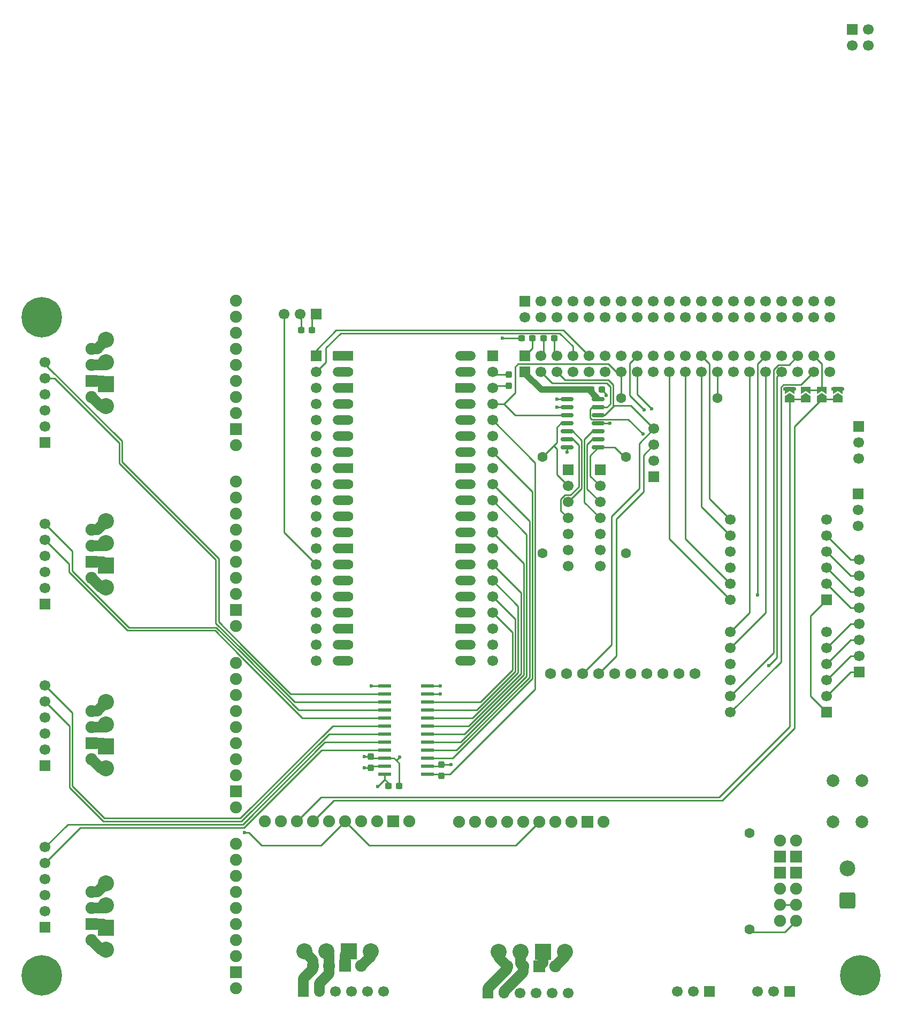
<source format=gbr>
%TF.GenerationSoftware,KiCad,Pcbnew,9.0.7*%
%TF.CreationDate,2026-02-16T00:15:14-05:00*%
%TF.ProjectId,ieee,69656565-2e6b-4696-9361-645f70636258,rev?*%
%TF.SameCoordinates,Original*%
%TF.FileFunction,Copper,L1,Top*%
%TF.FilePolarity,Positive*%
%FSLAX46Y46*%
G04 Gerber Fmt 4.6, Leading zero omitted, Abs format (unit mm)*
G04 Created by KiCad (PCBNEW 9.0.7) date 2026-02-16 00:15:14*
%MOMM*%
%LPD*%
G01*
G04 APERTURE LIST*
G04 Aperture macros list*
%AMRoundRect*
0 Rectangle with rounded corners*
0 $1 Rounding radius*
0 $2 $3 $4 $5 $6 $7 $8 $9 X,Y pos of 4 corners*
0 Add a 4 corners polygon primitive as box body*
4,1,4,$2,$3,$4,$5,$6,$7,$8,$9,$2,$3,0*
0 Add four circle primitives for the rounded corners*
1,1,$1+$1,$2,$3*
1,1,$1+$1,$4,$5*
1,1,$1+$1,$6,$7*
1,1,$1+$1,$8,$9*
0 Add four rect primitives between the rounded corners*
20,1,$1+$1,$2,$3,$4,$5,0*
20,1,$1+$1,$4,$5,$6,$7,0*
20,1,$1+$1,$6,$7,$8,$9,0*
20,1,$1+$1,$8,$9,$2,$3,0*%
%AMFreePoly0*
4,1,37,0.800000,0.796148,0.878414,0.796148,1.032228,0.765552,1.177117,0.705537,1.307515,0.618408,1.418408,0.507515,1.505537,0.377117,1.565552,0.232228,1.596148,0.078414,1.596148,-0.078414,1.565552,-0.232228,1.505537,-0.377117,1.418408,-0.507515,1.307515,-0.618408,1.177117,-0.705537,1.032228,-0.765552,0.878414,-0.796148,0.800000,-0.796148,0.800000,-0.800000,-1.400000,-0.800000,
-1.403843,-0.796157,-1.439018,-0.796157,-1.511114,-0.766294,-1.566294,-0.711114,-1.596157,-0.639018,-1.596157,-0.603843,-1.600000,-0.600000,-1.600000,0.600000,-1.596157,0.603843,-1.596157,0.639018,-1.566294,0.711114,-1.511114,0.766294,-1.439018,0.796157,-1.403843,0.796157,-1.400000,0.800000,0.800000,0.800000,0.800000,0.796148,0.800000,0.796148,$1*%
%AMFreePoly1*
4,1,37,1.403843,0.796157,1.439018,0.796157,1.511114,0.766294,1.566294,0.711114,1.596157,0.639018,1.596157,0.603843,1.600000,0.600000,1.600000,-0.600000,1.596157,-0.603843,1.596157,-0.639018,1.566294,-0.711114,1.511114,-0.766294,1.439018,-0.796157,1.403843,-0.796157,1.400000,-0.800000,-0.800000,-0.800000,-0.800000,-0.796148,-0.878414,-0.796148,-1.032228,-0.765552,-1.177117,-0.705537,
-1.307515,-0.618408,-1.418408,-0.507515,-1.505537,-0.377117,-1.565552,-0.232228,-1.596148,-0.078414,-1.596148,0.078414,-1.565552,0.232228,-1.505537,0.377117,-1.418408,0.507515,-1.307515,0.618408,-1.177117,0.705537,-1.032228,0.765552,-0.878414,0.796148,-0.800000,0.796148,-0.800000,0.800000,1.400000,0.800000,1.403843,0.796157,1.403843,0.796157,$1*%
%AMFreePoly2*
4,1,37,0.603843,0.796157,0.639018,0.796157,0.711114,0.766294,0.766294,0.711114,0.796157,0.639018,0.796157,0.603843,0.800000,0.600000,0.800000,-0.600000,0.796157,-0.603843,0.796157,-0.639018,0.766294,-0.711114,0.711114,-0.766294,0.639018,-0.796157,0.603843,-0.796157,0.600000,-0.800000,0.000000,-0.800000,0.000000,-0.796148,-0.078414,-0.796148,-0.232228,-0.765552,-0.377117,-0.705537,
-0.507515,-0.618408,-0.618408,-0.507515,-0.705537,-0.377117,-0.765552,-0.232228,-0.796148,-0.078414,-0.796148,0.078414,-0.765552,0.232228,-0.705537,0.377117,-0.618408,0.507515,-0.507515,0.618408,-0.377117,0.705537,-0.232228,0.765552,-0.078414,0.796148,0.000000,0.796148,0.000000,0.800000,0.600000,0.800000,0.603843,0.796157,0.603843,0.796157,$1*%
%AMFreePoly3*
4,1,37,0.000000,0.796148,0.078414,0.796148,0.232228,0.765552,0.377117,0.705537,0.507515,0.618408,0.618408,0.507515,0.705537,0.377117,0.765552,0.232228,0.796148,0.078414,0.796148,-0.078414,0.765552,-0.232228,0.705537,-0.377117,0.618408,-0.507515,0.507515,-0.618408,0.377117,-0.705537,0.232228,-0.765552,0.078414,-0.796148,0.000000,-0.796148,0.000000,-0.800000,-0.600000,-0.800000,
-0.603843,-0.796157,-0.639018,-0.796157,-0.711114,-0.766294,-0.766294,-0.711114,-0.796157,-0.639018,-0.796157,-0.603843,-0.800000,-0.600000,-0.800000,0.600000,-0.796157,0.603843,-0.796157,0.639018,-0.766294,0.711114,-0.711114,0.766294,-0.639018,0.796157,-0.603843,0.796157,-0.600000,0.800000,0.000000,0.800000,0.000000,0.796148,0.000000,0.796148,$1*%
%AMFreePoly4*
4,1,6,1.000000,0.000000,0.500000,-0.750000,-0.500000,-0.750000,-0.500000,0.750000,0.500000,0.750000,1.000000,0.000000,1.000000,0.000000,$1*%
%AMFreePoly5*
4,1,6,0.500000,-0.750000,-0.650000,-0.750000,-0.150000,0.000000,-0.650000,0.750000,0.500000,0.750000,0.500000,-0.750000,0.500000,-0.750000,$1*%
G04 Aperture macros list end*
%TA.AperFunction,ComponentPad*%
%ADD10C,6.400000*%
%TD*%
%TA.AperFunction,SMDPad,CuDef*%
%ADD11FreePoly0,0.000000*%
%TD*%
%TA.AperFunction,ComponentPad*%
%ADD12RoundRect,0.200000X-0.600000X-0.600000X0.600000X-0.600000X0.600000X0.600000X-0.600000X0.600000X0*%
%TD*%
%TA.AperFunction,SMDPad,CuDef*%
%ADD13RoundRect,0.800000X-0.800000X-0.000010X0.800000X-0.000010X0.800000X0.000010X-0.800000X0.000010X0*%
%TD*%
%TA.AperFunction,ComponentPad*%
%ADD14C,1.600000*%
%TD*%
%TA.AperFunction,SMDPad,CuDef*%
%ADD15FreePoly1,0.000000*%
%TD*%
%TA.AperFunction,ComponentPad*%
%ADD16FreePoly2,0.000000*%
%TD*%
%TA.AperFunction,ComponentPad*%
%ADD17FreePoly3,0.000000*%
%TD*%
%TA.AperFunction,SMDPad,CuDef*%
%ADD18RoundRect,0.237500X-0.300000X-0.237500X0.300000X-0.237500X0.300000X0.237500X-0.300000X0.237500X0*%
%TD*%
%TA.AperFunction,SMDPad,CuDef*%
%ADD19RoundRect,0.237500X0.300000X0.237500X-0.300000X0.237500X-0.300000X-0.237500X0.300000X-0.237500X0*%
%TD*%
%TA.AperFunction,SMDPad,CuDef*%
%ADD20RoundRect,0.237500X0.237500X-0.300000X0.237500X0.300000X-0.237500X0.300000X-0.237500X-0.300000X0*%
%TD*%
%TA.AperFunction,SMDPad,CuDef*%
%ADD21RoundRect,0.237500X-0.237500X0.300000X-0.237500X-0.300000X0.237500X-0.300000X0.237500X0.300000X0*%
%TD*%
%TA.AperFunction,ComponentPad*%
%ADD22C,1.700000*%
%TD*%
%TA.AperFunction,ComponentPad*%
%ADD23R,1.700000X1.700000*%
%TD*%
%TA.AperFunction,ComponentPad*%
%ADD24C,1.750000*%
%TD*%
%TA.AperFunction,ComponentPad*%
%ADD25C,1.905000*%
%TD*%
%TA.AperFunction,ComponentPad*%
%ADD26R,1.905000X1.905000*%
%TD*%
%TA.AperFunction,ComponentPad*%
%ADD27C,2.540000*%
%TD*%
%TA.AperFunction,ComponentPad*%
%ADD28R,2.540000X2.540000*%
%TD*%
%TA.AperFunction,SMDPad,CuDef*%
%ADD29R,2.159000X0.558800*%
%TD*%
%TA.AperFunction,SMDPad,CuDef*%
%ADD30FreePoly4,90.000000*%
%TD*%
%TA.AperFunction,SMDPad,CuDef*%
%ADD31FreePoly5,90.000000*%
%TD*%
%TA.AperFunction,SMDPad,CuDef*%
%ADD32RoundRect,0.150000X-0.825000X-0.150000X0.825000X-0.150000X0.825000X0.150000X-0.825000X0.150000X0*%
%TD*%
%TA.AperFunction,ComponentPad*%
%ADD33RoundRect,0.250000X1.000000X-1.000000X1.000000X1.000000X-1.000000X1.000000X-1.000000X-1.000000X0*%
%TD*%
%TA.AperFunction,ComponentPad*%
%ADD34C,2.500000*%
%TD*%
%TA.AperFunction,ComponentPad*%
%ADD35C,2.000000*%
%TD*%
%TA.AperFunction,ViaPad*%
%ADD36C,0.600000*%
%TD*%
%TA.AperFunction,Conductor*%
%ADD37C,0.250000*%
%TD*%
%TA.AperFunction,Conductor*%
%ADD38C,1.000000*%
%TD*%
%TA.AperFunction,Conductor*%
%ADD39C,1.700000*%
%TD*%
G04 APERTURE END LIST*
D10*
%TO.P,H2,1,1*%
%TO.N,unconnected-(H2-Pad1)*%
X88900000Y-38100000D03*
%TD*%
%TO.P,H3,1,1*%
%TO.N,unconnected-(H3-Pad1)*%
X88900000Y-142240000D03*
%TD*%
D11*
%TO.P,A3,1,GPIO0*%
%TO.N,/RPI_RX*%
X136614000Y-44196000D03*
D12*
X137414000Y-44196000D03*
D13*
%TO.P,A3,2,GPIO1*%
%TO.N,/RPI_TX*%
X136614000Y-46736000D03*
D14*
X137414000Y-46736000D03*
D15*
%TO.P,A3,3,GND*%
%TO.N,GND*%
X136614000Y-49276000D03*
D16*
X137414000Y-49276000D03*
D13*
%TO.P,A3,4,GPIO2*%
%TO.N,/pico_subsystem/RR_PWM1*%
X136614000Y-51816000D03*
D14*
X137414000Y-51816000D03*
D13*
%TO.P,A3,5,GPIO3*%
%TO.N,/pico_subsystem/RR_PWM2*%
X136614000Y-54356000D03*
D14*
X137414000Y-54356000D03*
D13*
%TO.P,A3,6,GPIO4*%
%TO.N,/pico_subsystem/FR_PWM1*%
X136614000Y-56896000D03*
D14*
X137414000Y-56896000D03*
D13*
%TO.P,A3,7,GPIO5*%
%TO.N,/pico_subsystem/FR_PWM2*%
X136614000Y-59436000D03*
D14*
X137414000Y-59436000D03*
D15*
%TO.P,A3,8,GND*%
%TO.N,GND*%
X136614000Y-61976000D03*
D16*
X137414000Y-61976000D03*
D13*
%TO.P,A3,9,GPIO6*%
%TO.N,/pico_subsystem/RL_PWM1*%
X136614000Y-64516000D03*
D14*
X137414000Y-64516000D03*
D13*
%TO.P,A3,10,GPIO7*%
%TO.N,/pico_subsystem/RL_PWM2*%
X136614000Y-67056000D03*
D14*
X137414000Y-67056000D03*
D13*
%TO.P,A3,11,GPIO8*%
%TO.N,/pico_subsystem/FL_PWM1*%
X136614000Y-69596000D03*
D14*
X137414000Y-69596000D03*
D13*
%TO.P,A3,12,GPIO9*%
%TO.N,/pico_subsystem/FL_PWM2*%
X136614000Y-72136000D03*
D14*
X137414000Y-72136000D03*
D15*
%TO.P,A3,13,GND*%
%TO.N,GND*%
X136614000Y-74676000D03*
D16*
X137414000Y-74676000D03*
D13*
%TO.P,A3,14,GPIO10*%
%TO.N,/pico_subsystem/PICO_GPIO10*%
X136614000Y-77216000D03*
D14*
X137414000Y-77216000D03*
D13*
%TO.P,A3,15,GPIO11*%
%TO.N,/pico_subsystem/PICO_GPIO11*%
X136614000Y-79756000D03*
D14*
X137414000Y-79756000D03*
D13*
%TO.P,A3,16,GPIO12*%
%TO.N,/pico_subsystem/PICO_GPIO12*%
X136614000Y-82296000D03*
D14*
X137414000Y-82296000D03*
D13*
%TO.P,A3,17,GPIO13*%
%TO.N,/pico_subsystem/PICO_GPIO13*%
X136614000Y-84836000D03*
D14*
X137414000Y-84836000D03*
D15*
%TO.P,A3,18,GND*%
%TO.N,GND*%
X136614000Y-87376000D03*
D16*
X137414000Y-87376000D03*
D13*
%TO.P,A3,19,GPIO14*%
%TO.N,/pico_subsystem/PICO_GPIO14*%
X136614000Y-89916000D03*
D14*
X137414000Y-89916000D03*
D13*
%TO.P,A3,20,GPIO15*%
%TO.N,/pico_subsystem/PICO_GPIO15*%
X136614000Y-92456000D03*
D14*
X137414000Y-92456000D03*
%TO.P,A3,21,GPIO16*%
%TO.N,/pico_subsystem/PICO_GPIO16*%
X155194000Y-92456000D03*
D13*
X155994000Y-92456000D03*
D14*
%TO.P,A3,22,GPIO17*%
%TO.N,/pico_subsystem/PICO_GPIO17*%
X155194000Y-89916000D03*
D13*
X155994000Y-89916000D03*
D17*
%TO.P,A3,23,GND*%
%TO.N,GND*%
X155194000Y-87376000D03*
D11*
X155994000Y-87376000D03*
D14*
%TO.P,A3,24,GPIO18*%
%TO.N,/pico_subsystem/RR_ENCB*%
X155194000Y-84836000D03*
D13*
X155994000Y-84836000D03*
D14*
%TO.P,A3,25,GPIO19*%
%TO.N,/pico_subsystem/RR_ENCA*%
X155194000Y-82296000D03*
D13*
X155994000Y-82296000D03*
D14*
%TO.P,A3,26,GPIO20*%
%TO.N,/pico_subsystem/RL_ENCB*%
X155194000Y-79756000D03*
D13*
X155994000Y-79756000D03*
D14*
%TO.P,A3,27,GPIO21*%
%TO.N,/pico_subsystem/RL_ENCA*%
X155194000Y-77216000D03*
D13*
X155994000Y-77216000D03*
D17*
%TO.P,A3,28,GND*%
%TO.N,GND*%
X155194000Y-74676000D03*
D11*
X155994000Y-74676000D03*
D14*
%TO.P,A3,29,GPIO22*%
%TO.N,/pico_subsystem/FR_ENCB*%
X155194000Y-72136000D03*
D13*
X155994000Y-72136000D03*
D14*
%TO.P,A3,30,RUN*%
%TO.N,/pico_subsystem/PICO_RUN*%
X155194000Y-69596000D03*
D13*
X155994000Y-69596000D03*
D14*
%TO.P,A3,31,GPIO26_ADC0*%
%TO.N,/pico_subsystem/FR_ENCA*%
X155194000Y-67056000D03*
D13*
X155994000Y-67056000D03*
D14*
%TO.P,A3,32,GPIO27_ADC1*%
%TO.N,/pico_subsystem/FL_ENCB*%
X155194000Y-64516000D03*
D13*
X155994000Y-64516000D03*
D17*
%TO.P,A3,33,AGND*%
%TO.N,/pico_subsystem/PICO_AGND*%
X155194000Y-61976000D03*
D11*
X155994000Y-61976000D03*
D14*
%TO.P,A3,34,GPIO28_ADC2*%
%TO.N,/pico_subsystem/FL_ENCA*%
X155194000Y-59436000D03*
D13*
X155994000Y-59436000D03*
D14*
%TO.P,A3,35,ADC_VREF*%
%TO.N,/pico_subsystem/PICO_VREF*%
X155194000Y-56896000D03*
D13*
X155994000Y-56896000D03*
D14*
%TO.P,A3,36,3V3*%
%TO.N,/pico_subsystem/PICO_3V3*%
X155194000Y-54356000D03*
D13*
X155994000Y-54356000D03*
D14*
%TO.P,A3,37,3V3_EN*%
%TO.N,ENABLE*%
X155194000Y-51816000D03*
D13*
X155994000Y-51816000D03*
D17*
%TO.P,A3,38,GND*%
%TO.N,GND*%
X155194000Y-49276000D03*
D11*
X155994000Y-49276000D03*
D14*
%TO.P,A3,39,VSYS*%
%TO.N,+5V*%
X155194000Y-46736000D03*
D13*
X155994000Y-46736000D03*
D14*
%TO.P,A3,40,VBUS*%
%TO.N,/pico_subsystem/PICO_VBUS*%
X155194000Y-44196000D03*
D13*
X155994000Y-44196000D03*
%TD*%
D18*
%TO.P,C8,1*%
%TO.N,GND*%
X164846000Y-41402000D03*
%TO.P,C8,2*%
%TO.N,+5V*%
X166571000Y-41402000D03*
%TD*%
D19*
%TO.P,C7,1*%
%TO.N,GND*%
X177546000Y-49530000D03*
%TO.P,C7,2*%
%TO.N,+3V3*%
X175821000Y-49530000D03*
%TD*%
%TO.P,C6,1*%
%TO.N,GND*%
X170026500Y-41402000D03*
%TO.P,C6,2*%
%TO.N,+5V*%
X168301500Y-41402000D03*
%TD*%
%TO.P,C5,1*%
%TO.N,GND*%
X131672500Y-40132000D03*
%TO.P,C5,2*%
%TO.N,/pico_subsystem/PICO_3V3*%
X129947500Y-40132000D03*
%TD*%
D20*
%TO.P,C4,1*%
%TO.N,GND*%
X162814000Y-48868500D03*
%TO.P,C4,2*%
%TO.N,+5V*%
X162814000Y-47143500D03*
%TD*%
D21*
%TO.P,C3,1*%
%TO.N,GND*%
X152146000Y-108865500D03*
%TO.P,C3,2*%
%TO.N,/pico_subsystem/PICO_3V3*%
X152146000Y-110590500D03*
%TD*%
D19*
%TO.P,C2,1*%
%TO.N,GND*%
X145489000Y-112268000D03*
%TO.P,C2,2*%
%TO.N,+5V*%
X143764000Y-112268000D03*
%TD*%
D21*
%TO.P,C1,1*%
%TO.N,GND*%
X140970000Y-107595500D03*
%TO.P,C1,2*%
%TO.N,+5V*%
X140970000Y-109320500D03*
%TD*%
D22*
%TO.P,A1,POE4*%
%TO.N,N/C*%
X219724000Y4925000D03*
%TO.P,A1,POE3*%
X219724000Y7465000D03*
%TO.P,A1,POE2*%
X217184000Y4925000D03*
D23*
%TO.P,A1,POE1*%
X217184000Y7465000D03*
D22*
%TO.P,A1,40,GPIO21/SPI1_SCLK/PCM_DOUT*%
%TO.N,/RPI_GPIO21*%
X213614000Y-38100000D03*
%TO.P,A1,39,GND*%
%TO.N,GND*%
X213614000Y-35560000D03*
%TO.P,A1,38,GPIO20/SPI1_MOSI/PCM_DIN/PWM1*%
%TO.N,/RPI_GPIO20*%
X211074000Y-38100000D03*
%TO.P,A1,37,GPIO26/SDIO_DAT2*%
%TO.N,/RPI_GPIO26*%
X211074000Y-35560000D03*
%TO.P,A1,36,GPIO16/SPI1_~{CE2}*%
%TO.N,/RPI_GPIO16*%
X208534000Y-38100000D03*
%TO.P,A1,35,GPIO19/SPI1_MISO/PCM_FS*%
%TO.N,/RPI_PWM3*%
X208534000Y-35560000D03*
%TO.P,A1,34,GND*%
%TO.N,GND*%
X205994000Y-38100000D03*
%TO.P,A1,33,GPIO13/PWM1*%
%TO.N,/RPI_PWM1*%
X205994000Y-35560000D03*
%TO.P,A1,32,GPIO12/PWM0*%
%TO.N,/RPI_PWM0*%
X203454000Y-38100000D03*
%TO.P,A1,31,GPCLK2/GPIO06*%
%TO.N,/RPI_GPIO6*%
X203454000Y-35560000D03*
%TO.P,A1,30,GND*%
%TO.N,GND*%
X200914000Y-38100000D03*
%TO.P,A1,29,GPCLK1/GPIO05*%
%TO.N,/RPI_GPIO5*%
X200914000Y-35560000D03*
%TO.P,A1,28,ID_SC_I2C0/GPIO01*%
%TO.N,/RPI_GPIO1*%
X198374000Y-38100000D03*
%TO.P,A1,27,ID_SD_I2C0/GPIO00*%
%TO.N,/RPI_GPIO0*%
X198374000Y-35560000D03*
%TO.P,A1,26,~{CE1}_SPI0/GPIO07*%
%TO.N,/RPI_GPIO7*%
X195834000Y-38100000D03*
%TO.P,A1,25,GND*%
%TO.N,GND*%
X195834000Y-35560000D03*
%TO.P,A1,24,~{CE0}_SPI0/GPIO08*%
%TO.N,/RPI_GPIO8*%
X193294000Y-38100000D03*
%TO.P,A1,23,SCLK_SPI0/GPIO11*%
%TO.N,/RPI_GPIO11*%
X193294000Y-35560000D03*
%TO.P,A1,22,GPIO25/SDIO_DAT1*%
%TO.N,/RPI_GPIO25*%
X190754000Y-38100000D03*
%TO.P,A1,21,MISO_SPI0/GPIO09*%
%TO.N,/RPI_GPIO9*%
X190754000Y-35560000D03*
%TO.P,A1,20,GND*%
%TO.N,GND*%
X188214000Y-38100000D03*
%TO.P,A1,19,MOSI_SPI0/GPIO10*%
%TO.N,/RPI_GPIO10*%
X188214000Y-35560000D03*
%TO.P,A1,18,GPIO24/SDIO_DAT0*%
%TO.N,/RPI_GPIO24*%
X185674000Y-38100000D03*
%TO.P,A1,17,3V3*%
%TO.N,+3V3*%
X185674000Y-35560000D03*
%TO.P,A1,16,GPIO23/SDIO_CMD*%
%TO.N,/RPI_GPIO23*%
X183134000Y-38100000D03*
%TO.P,A1,15,GPIO22/SDIO_CLK*%
%TO.N,/RPI_GPIO22*%
X183134000Y-35560000D03*
%TO.P,A1,14,GND*%
%TO.N,GND*%
X180594000Y-38100000D03*
%TO.P,A1,13,GPIO27/SDIO_DAT3*%
%TO.N,ENABLE*%
X180594000Y-35560000D03*
%TO.P,A1,12,GPIO18/SPI1_~{CE0}/PCM_CLK/PWM0*%
%TO.N,/RPI_PWM2*%
X178054000Y-38100000D03*
%TO.P,A1,11,GPIO17/SPI1_~{CE1}*%
%TO.N,/RPI_GPIO17*%
X178054000Y-35560000D03*
%TO.P,A1,10,GPIO15/UART_RXD*%
%TO.N,/RPI_RX*%
X175514000Y-38100000D03*
%TO.P,A1,9,GND*%
%TO.N,GND*%
X175514000Y-35560000D03*
%TO.P,A1,8,GPIO14/UART_TXD*%
%TO.N,/RPI_TX*%
X172974000Y-38100000D03*
%TO.P,A1,7,GPCLK0/GPIO04*%
%TO.N,/RPI_GPIO4*%
X172974000Y-35560000D03*
%TO.P,A1,6,GND*%
%TO.N,GND*%
X170434000Y-38100000D03*
%TO.P,A1,5,SCL_I2C1/GPIO03*%
%TO.N,/RPI_SCL*%
X170434000Y-35560000D03*
%TO.P,A1,4,5V*%
%TO.N,+5V*%
X167894000Y-38100000D03*
%TO.P,A1,3,SDA_I2C1/GPIO02*%
%TO.N,/RPI_SDA*%
X167894000Y-35560000D03*
%TO.P,A1,2,5V*%
%TO.N,+5V*%
X165354000Y-38100000D03*
D23*
%TO.P,A1,1,3V3*%
%TO.N,+3V3*%
X165354000Y-35560000D03*
%TD*%
D24*
%TO.P,A2,10,PS0*%
%TO.N,unconnected-(A2-PS0-Pad10)*%
X192278000Y-94411800D03*
%TO.P,A2,9,PS1*%
%TO.N,unconnected-(A2-PS1-Pad9)*%
X189738000Y-94411800D03*
%TO.P,A2,8,RST*%
%TO.N,unconnected-(A2-RST-Pad8)*%
X187198000Y-94411800D03*
%TO.P,A2,7,INT*%
%TO.N,unconnected-(A2-INT-Pad7)*%
X184658000Y-94411800D03*
%TO.P,A2,6,CS*%
%TO.N,unconnected-(A2-CS-Pad6)*%
X182118000Y-94411800D03*
%TO.P,A2,5,AD0*%
%TO.N,unconnected-(A2-AD0-Pad5)*%
X179578000Y-94411800D03*
%TO.P,A2,4,SDA*%
%TO.N,/RPI_SDA*%
X177038000Y-94411800D03*
%TO.P,A2,3,SCL*%
%TO.N,/RPI_SCL*%
X174498000Y-94411800D03*
%TO.P,A2,2,GND*%
%TO.N,GND*%
X171958000Y-94411800D03*
%TO.P,A2,1,VCC*%
%TO.N,+3V3*%
X169418000Y-94411800D03*
%TD*%
D25*
%TO.P,U3,6,PG*%
%TO.N,unconnected-(U3-PG-Pad6)*%
X205740000Y-133604000D03*
%TO.P,U3,5,VOUT*%
%TO.N,+5V*%
X208280000Y-120904000D03*
X205740000Y-120904000D03*
D26*
%TO.P,U3,4,GND*%
%TO.N,GND*%
X208280000Y-123444000D03*
X205740000Y-123444000D03*
X208280000Y-125984000D03*
X205740000Y-125984000D03*
D25*
%TO.P,U3,3,VIN*%
%TO.N,+BATT*%
X208280000Y-128524000D03*
X205740000Y-128524000D03*
%TO.P,U3,2,VRP*%
%TO.N,+12V*%
X208280000Y-131064000D03*
X205740000Y-131064000D03*
%TO.P,U3,1,EN*%
%TO.N,Net-(U3-EN)*%
X208280000Y-133604000D03*
%TD*%
%TO.P,U7,14,VIN*%
%TO.N,+BATT*%
X96789240Y-136652000D03*
D27*
X99075240Y-138135360D03*
D26*
%TO.P,U7,13,GND*%
%TO.N,GND*%
X96789240Y-134112000D03*
D28*
X99075240Y-134635240D03*
D25*
%TO.P,U7,12,OUT2*%
%TO.N,/pico_subsystem/FL_OUT2*%
X96789240Y-131572000D03*
D27*
X99075240Y-131135120D03*
D25*
%TO.P,U7,11,OUT1*%
%TO.N,/pico_subsystem/FL_OUT1*%
X96789240Y-129032000D03*
D27*
X99075240Y-127635000D03*
D25*
%TO.P,U7,10,DIAG*%
%TO.N,unconnected-(U7-DIAG-Pad10)*%
X119649240Y-121412000D03*
%TO.P,U7,9,OCM*%
%TO.N,unconnected-(U7-OCM-Pad9)*%
X119649240Y-123952000D03*
%TO.P,U7,8,PWM1*%
%TO.N,/pico_subsystem/FL_PWM1*%
X119649240Y-126492000D03*
%TO.P,U7,7,PWM2*%
%TO.N,/pico_subsystem/FL_PWM2*%
X119649240Y-129032000D03*
%TO.P,U7,6,ENB*%
%TO.N,GND*%
X119649240Y-131572000D03*
%TO.P,U7,5,EN*%
%TO.N,ENABLE*%
X119649240Y-134112000D03*
%TO.P,U7,4,OCC*%
%TO.N,+5V*%
X119649240Y-136652000D03*
%TO.P,U7,3,VCC*%
X119649240Y-139192000D03*
D26*
%TO.P,U7,2,GND*%
%TO.N,GND*%
X119649240Y-141732000D03*
D25*
%TO.P,U7,1,VM*%
%TO.N,unconnected-(U7-VM-Pad1)*%
X119649240Y-144272000D03*
%TD*%
%TO.P,U8,14,VIN*%
%TO.N,+BATT*%
X96789240Y-107992333D03*
D27*
X99075240Y-109475693D03*
D26*
%TO.P,U8,13,GND*%
%TO.N,GND*%
X96789240Y-105452333D03*
D28*
X99075240Y-105975573D03*
D25*
%TO.P,U8,12,OUT2*%
%TO.N,/pico_subsystem/RL_OUT2*%
X96789240Y-102912333D03*
D27*
X99075240Y-102475453D03*
D25*
%TO.P,U8,11,OUT1*%
%TO.N,/pico_subsystem/RL_OUT1*%
X96789240Y-100372333D03*
D27*
X99075240Y-98975333D03*
D25*
%TO.P,U8,10,DIAG*%
%TO.N,unconnected-(U8-DIAG-Pad10)*%
X119649240Y-92752333D03*
%TO.P,U8,9,OCM*%
%TO.N,unconnected-(U8-OCM-Pad9)*%
X119649240Y-95292333D03*
%TO.P,U8,8,PWM1*%
%TO.N,/pico_subsystem/RL_PWM1*%
X119649240Y-97832333D03*
%TO.P,U8,7,PWM2*%
%TO.N,/pico_subsystem/RL_PWM2*%
X119649240Y-100372333D03*
%TO.P,U8,6,ENB*%
%TO.N,GND*%
X119649240Y-102912333D03*
%TO.P,U8,5,EN*%
%TO.N,ENABLE*%
X119649240Y-105452333D03*
%TO.P,U8,4,OCC*%
%TO.N,+5V*%
X119649240Y-107992333D03*
%TO.P,U8,3,VCC*%
X119649240Y-110532333D03*
D26*
%TO.P,U8,2,GND*%
%TO.N,GND*%
X119649240Y-113072333D03*
D25*
%TO.P,U8,1,VM*%
%TO.N,unconnected-(U8-VM-Pad1)*%
X119649240Y-115612333D03*
%TD*%
%TO.P,U9,14,VIN*%
%TO.N,+BATT*%
X96789240Y-79332667D03*
D27*
X99075240Y-80816027D03*
D26*
%TO.P,U9,13,GND*%
%TO.N,GND*%
X96789240Y-76792667D03*
D28*
X99075240Y-77315907D03*
D25*
%TO.P,U9,12,OUT2*%
%TO.N,/pico_subsystem/FR_OUT2*%
X96789240Y-74252667D03*
D27*
X99075240Y-73815787D03*
D25*
%TO.P,U9,11,OUT1*%
%TO.N,/pico_subsystem/FR_OUT1*%
X96789240Y-71712667D03*
D27*
X99075240Y-70315667D03*
D25*
%TO.P,U9,10,DIAG*%
%TO.N,unconnected-(U9-DIAG-Pad10)*%
X119649240Y-64092667D03*
%TO.P,U9,9,OCM*%
%TO.N,unconnected-(U9-OCM-Pad9)*%
X119649240Y-66632667D03*
%TO.P,U9,8,PWM1*%
%TO.N,/pico_subsystem/FR_PWM1*%
X119649240Y-69172667D03*
%TO.P,U9,7,PWM2*%
%TO.N,/pico_subsystem/FR_PWM2*%
X119649240Y-71712667D03*
%TO.P,U9,6,ENB*%
%TO.N,GND*%
X119649240Y-74252667D03*
%TO.P,U9,5,EN*%
%TO.N,ENABLE*%
X119649240Y-76792667D03*
%TO.P,U9,4,OCC*%
%TO.N,+5V*%
X119649240Y-79332667D03*
%TO.P,U9,3,VCC*%
X119649240Y-81872667D03*
D26*
%TO.P,U9,2,GND*%
%TO.N,GND*%
X119649240Y-84412667D03*
D25*
%TO.P,U9,1,VM*%
%TO.N,unconnected-(U9-VM-Pad1)*%
X119649240Y-86952667D03*
%TD*%
%TO.P,U10,14,VIN*%
%TO.N,+BATT*%
X96789240Y-50673000D03*
D27*
X99075240Y-52156360D03*
D26*
%TO.P,U10,13,GND*%
%TO.N,GND*%
X96789240Y-48133000D03*
D28*
X99075240Y-48656240D03*
D25*
%TO.P,U10,12,OUT2*%
%TO.N,/pico_subsystem/RR_OUT2*%
X96789240Y-45593000D03*
D27*
X99075240Y-45156120D03*
D25*
%TO.P,U10,11,OUT1*%
%TO.N,/pico_subsystem/RR_OUT1*%
X96789240Y-43053000D03*
D27*
X99075240Y-41656000D03*
D25*
%TO.P,U10,10,DIAG*%
%TO.N,unconnected-(U10-DIAG-Pad10)*%
X119649240Y-35433000D03*
%TO.P,U10,9,OCM*%
%TO.N,unconnected-(U10-OCM-Pad9)*%
X119649240Y-37973000D03*
%TO.P,U10,8,PWM1*%
%TO.N,/pico_subsystem/RR_PWM1*%
X119649240Y-40513000D03*
%TO.P,U10,7,PWM2*%
%TO.N,/pico_subsystem/RR_PWM2*%
X119649240Y-43053000D03*
%TO.P,U10,6,ENB*%
%TO.N,GND*%
X119649240Y-45593000D03*
%TO.P,U10,5,EN*%
%TO.N,ENABLE*%
X119649240Y-48133000D03*
%TO.P,U10,4,OCC*%
%TO.N,+5V*%
X119649240Y-50673000D03*
%TO.P,U10,3,VCC*%
X119649240Y-53213000D03*
D26*
%TO.P,U10,2,GND*%
%TO.N,GND*%
X119649240Y-55753000D03*
D25*
%TO.P,U10,1,VM*%
%TO.N,unconnected-(U10-VM-Pad1)*%
X119649240Y-58293000D03*
%TD*%
%TO.P,U13,14,VIN*%
%TO.N,+BATT*%
X170220640Y-140741400D03*
D27*
X171704000Y-138455400D03*
D26*
%TO.P,U13,13,GND*%
%TO.N,GND*%
X167680640Y-140741400D03*
D28*
X168203880Y-138455400D03*
D25*
%TO.P,U13,12,OUT2*%
%TO.N,/manipulation/CORKSCREW_OUT2*%
X165140640Y-140741400D03*
D27*
X164703760Y-138455400D03*
D25*
%TO.P,U13,11,OUT1*%
%TO.N,/manipulation/CORKSCREW_OUT1*%
X162600640Y-140741400D03*
D27*
X161203640Y-138455400D03*
D25*
%TO.P,U13,10,DIAG*%
%TO.N,unconnected-(U13-DIAG-Pad10)*%
X154980640Y-117881400D03*
%TO.P,U13,9,OCM*%
%TO.N,unconnected-(U13-OCM-Pad9)*%
X157520640Y-117881400D03*
%TO.P,U13,8,PWM1*%
%TO.N,/RPI_GPIO23*%
X160060640Y-117881400D03*
%TO.P,U13,7,PWM2*%
%TO.N,/RPI_GPIO22*%
X162600640Y-117881400D03*
%TO.P,U13,6,ENB*%
%TO.N,GND*%
X165140640Y-117881400D03*
%TO.P,U13,5,EN*%
%TO.N,ENABLE*%
X167680640Y-117881400D03*
%TO.P,U13,4,OCC*%
%TO.N,+5V*%
X170220640Y-117881400D03*
%TO.P,U13,3,VCC*%
X172760640Y-117881400D03*
D26*
%TO.P,U13,2,GND*%
%TO.N,GND*%
X175300640Y-117881400D03*
D25*
%TO.P,U13,1,VM*%
%TO.N,unconnected-(U13-VM-Pad1)*%
X177840640Y-117881400D03*
%TD*%
%TO.P,U14,14,VIN*%
%TO.N,+BATT*%
X139486640Y-140716000D03*
D27*
X140970000Y-138430000D03*
D26*
%TO.P,U14,13,GND*%
%TO.N,GND*%
X136946640Y-140716000D03*
D28*
X137469880Y-138430000D03*
D25*
%TO.P,U14,12,OUT2*%
%TO.N,/manipulation/CRANK_OUT2*%
X134406640Y-140716000D03*
D27*
X133969760Y-138430000D03*
D25*
%TO.P,U14,11,OUT1*%
%TO.N,/manipulation/CRANK_OUT1*%
X131866640Y-140716000D03*
D27*
X130469640Y-138430000D03*
D25*
%TO.P,U14,10,DIAG*%
%TO.N,unconnected-(U14-DIAG-Pad10)*%
X124246640Y-117856000D03*
%TO.P,U14,9,OCM*%
%TO.N,unconnected-(U14-OCM-Pad9)*%
X126786640Y-117856000D03*
%TO.P,U14,8,PWM1*%
%TO.N,/manipulation/CRANK_PWM1*%
X129326640Y-117856000D03*
%TO.P,U14,7,PWM2*%
%TO.N,/manipulation/CRANK_PWM2*%
X131866640Y-117856000D03*
%TO.P,U14,6,ENB*%
%TO.N,GND*%
X134406640Y-117856000D03*
%TO.P,U14,5,EN*%
%TO.N,ENABLE*%
X136946640Y-117856000D03*
%TO.P,U14,4,OCC*%
%TO.N,+5V*%
X139486640Y-117856000D03*
%TO.P,U14,3,VCC*%
X142026640Y-117856000D03*
D26*
%TO.P,U14,2,GND*%
%TO.N,GND*%
X144566640Y-117856000D03*
D25*
%TO.P,U14,1,VM*%
%TO.N,unconnected-(U14-VM-Pad1)*%
X147106640Y-117856000D03*
%TD*%
D29*
%TO.P,U6,1,VCCA*%
%TO.N,/pico_subsystem/PICO_3V3*%
X149936200Y-110363000D03*
%TO.P,U6,2,DIR*%
%TO.N,GND*%
X149936200Y-109093000D03*
%TO.P,U6,3,A1*%
%TO.N,/pico_subsystem/FL_ENCA*%
X149936200Y-107823000D03*
%TO.P,U6,4,A2*%
%TO.N,/pico_subsystem/FL_ENCB*%
X149936200Y-106553000D03*
%TO.P,U6,5,A3*%
%TO.N,/pico_subsystem/FR_ENCA*%
X149936200Y-105283000D03*
%TO.P,U6,6,A4*%
%TO.N,/pico_subsystem/FR_ENCB*%
X149936200Y-104013000D03*
%TO.P,U6,7,A5*%
%TO.N,/pico_subsystem/RL_ENCA*%
X149936200Y-102743000D03*
%TO.P,U6,8,A6*%
%TO.N,/pico_subsystem/RL_ENCB*%
X149936200Y-101473000D03*
%TO.P,U6,9,A7*%
%TO.N,/pico_subsystem/RR_ENCA*%
X149936200Y-100203000D03*
%TO.P,U6,10,A8*%
%TO.N,/pico_subsystem/RR_ENCB*%
X149936200Y-98933000D03*
%TO.P,U6,11,GND*%
%TO.N,GND*%
X149936200Y-97663000D03*
%TO.P,U6,12,GND*%
X149936200Y-96393000D03*
%TO.P,U6,13,GND*%
X143179800Y-96393000D03*
%TO.P,U6,14,B8*%
%TO.N,/pico_subsystem/RR_ENCB_5V*%
X143179800Y-97663000D03*
%TO.P,U6,15,B7*%
%TO.N,/pico_subsystem/RR_ENCA_5V*%
X143179800Y-98933000D03*
%TO.P,U6,16,B6*%
%TO.N,/pico_subsystem/FR_ENCB_5V*%
X143179800Y-100203000D03*
%TO.P,U6,17,B5*%
%TO.N,/pico_subsystem/FR_ENCA_5V*%
X143179800Y-101473000D03*
%TO.P,U6,18,B4*%
%TO.N,/pico_subsystem/RL_ENCB_5V*%
X143179800Y-102743000D03*
%TO.P,U6,19,B3*%
%TO.N,/pico_subsystem/RL_ENCA_5V*%
X143179800Y-104013000D03*
%TO.P,U6,20,B2*%
%TO.N,/pico_subsystem/FL_ENCB_5V*%
X143179800Y-105283000D03*
%TO.P,U6,21,B1*%
%TO.N,/pico_subsystem/FL_ENCA_5V*%
X143179800Y-106553000D03*
%TO.P,U6,22,\u002AOE*%
%TO.N,GND*%
X143179800Y-107823000D03*
%TO.P,U6,23,VCCB*%
%TO.N,+5V*%
X143179800Y-109093000D03*
%TO.P,U6,24,VCCB*%
X143179800Y-110363000D03*
%TD*%
D30*
%TO.P,JP3,1,A*%
%TO.N,/manipulation/CRANK_PWM2*%
X214884000Y-51017000D03*
D31*
%TO.P,JP3,2,B*%
%TO.N,GND*%
X214884000Y-49567000D03*
%TD*%
D23*
%TO.P,U5,1,GND*%
%TO.N,GND*%
X132334000Y-37541200D03*
D22*
%TO.P,U5,2,VCC*%
%TO.N,/pico_subsystem/PICO_3V3*%
X129794000Y-37541200D03*
%TO.P,U5,3,DATA*%
%TO.N,/pico_subsystem/PICO_GPIO10*%
X127254000Y-37541200D03*
%TD*%
D32*
%TO.P,U2,1,A0*%
%TO.N,GND*%
X172023000Y-51054000D03*
%TO.P,U2,2,A1*%
X172023000Y-52324000D03*
%TO.P,U2,3,\u002ARESET*%
%TO.N,ENABLE*%
X172023000Y-53594000D03*
%TO.P,U2,4,\u002AINT0*%
%TO.N,Net-(U1-INT)*%
X172023000Y-54864000D03*
%TO.P,U2,5,SD0*%
%TO.N,Net-(U1-SDA)*%
X172023000Y-56134000D03*
%TO.P,U2,6,SC0*%
%TO.N,Net-(U1-SCL)*%
X172023000Y-57404000D03*
%TO.P,U2,7,VSS*%
%TO.N,GND*%
X172023000Y-58674000D03*
%TO.P,U2,8,\u002AINT1*%
%TO.N,Net-(U2-\u002AINT1)*%
X176973000Y-58674000D03*
%TO.P,U2,9,SD1*%
%TO.N,Net-(U2-SD1)*%
X176973000Y-57404000D03*
%TO.P,U2,10,SC1*%
%TO.N,Net-(U2-SC1)*%
X176973000Y-56134000D03*
%TO.P,U2,11,\u002AINT*%
%TO.N,/RPI_GPIO17*%
X176973000Y-54864000D03*
%TO.P,U2,12,SCL*%
%TO.N,/RPI_SCL*%
X176973000Y-53594000D03*
%TO.P,U2,13,SDA*%
%TO.N,/RPI_SDA*%
X176973000Y-52324000D03*
%TO.P,U2,14,VDD*%
%TO.N,+3V3*%
X176973000Y-51054000D03*
%TD*%
D23*
%TO.P,M1,1,M+*%
%TO.N,/pico_subsystem/FL_OUT2*%
X89448640Y-134620000D03*
D22*
%TO.P,M1,2,M-*%
%TO.N,/pico_subsystem/FL_OUT1*%
X89448640Y-132080000D03*
%TO.P,M1,3,GND*%
%TO.N,GND*%
X89448640Y-129540000D03*
%TO.P,M1,4,VCC*%
%TO.N,+5V*%
X89448640Y-127000000D03*
%TO.P,M1,5,ENCA*%
%TO.N,/pico_subsystem/FL_ENCA_5V*%
X89448640Y-124460000D03*
%TO.P,M1,6,ENCB*%
%TO.N,/pico_subsystem/FL_ENCB_5V*%
X89448640Y-121920000D03*
%TD*%
D23*
%TO.P,U4,1,LED*%
%TO.N,/RPI_GPIO4*%
X177262000Y-62230000D03*
D22*
%TO.P,U4,2,INT*%
%TO.N,Net-(U2-\u002AINT1)*%
X177262000Y-64770000D03*
%TO.P,U4,3,SDA*%
%TO.N,Net-(U2-SD1)*%
X177262000Y-67310000D03*
%TO.P,U4,4,SCL*%
%TO.N,Net-(U2-SC1)*%
X177262000Y-69850000D03*
%TO.P,U4,5,3V3*%
%TO.N,unconnected-(U4-3V3-Pad5)*%
X177262000Y-72390000D03*
%TO.P,U4,6,GND*%
%TO.N,GND*%
X177262000Y-74930000D03*
%TO.P,U4,7,VIN*%
%TO.N,+5V*%
X177262000Y-77470000D03*
%TD*%
D23*
%TO.P,S1,1,PWM*%
%TO.N,/RPI_PWM0*%
X194564000Y-144780000D03*
D22*
%TO.P,S1,2,+*%
%TO.N,+5V*%
X192024000Y-144780000D03*
%TO.P,S1,3,-*%
%TO.N,GND*%
X189484000Y-144780000D03*
%TD*%
D33*
%TO.P,J1,1,+*%
%TO.N,+BATT*%
X216408000Y-130332400D03*
D34*
%TO.P,J1,2,-*%
%TO.N,GND*%
X216408000Y-125252400D03*
%TD*%
D23*
%TO.P,M3,1,M+*%
%TO.N,/pico_subsystem/FR_OUT2*%
X89448640Y-83481333D03*
D22*
%TO.P,M3,2,M-*%
%TO.N,/pico_subsystem/FR_OUT1*%
X89448640Y-80941333D03*
%TO.P,M3,3,GND*%
%TO.N,GND*%
X89448640Y-78401333D03*
%TO.P,M3,4,VCC*%
%TO.N,+5V*%
X89448640Y-75861333D03*
%TO.P,M3,5,ENCA*%
%TO.N,/pico_subsystem/FR_ENCA_5V*%
X89448640Y-73321333D03*
%TO.P,M3,6,ENCB*%
%TO.N,/pico_subsystem/FR_ENCB_5V*%
X89448640Y-70781333D03*
%TD*%
D23*
%TO.P,J3,1,Pin_1*%
%TO.N,+5V*%
X165354000Y-44196000D03*
D22*
%TO.P,J3,2,Pin_2*%
X167894000Y-44196000D03*
%TO.P,J3,3,Pin_3*%
%TO.N,GND*%
X170434000Y-44196000D03*
%TO.P,J3,4,Pin_4*%
%TO.N,/RPI_TX*%
X172974000Y-44196000D03*
%TO.P,J3,5,Pin_5*%
%TO.N,/RPI_RX*%
X175514000Y-44196000D03*
%TO.P,J3,6,Pin_6*%
%TO.N,/RPI_PWM2*%
X178054000Y-44196000D03*
%TO.P,J3,7,Pin_7*%
%TO.N,GND*%
X180594000Y-44196000D03*
%TO.P,J3,8,Pin_8*%
%TO.N,/RPI_GPIO23*%
X183134000Y-44196000D03*
%TO.P,J3,9,Pin_9*%
%TO.N,/RPI_GPIO24*%
X185674000Y-44196000D03*
%TO.P,J3,10,Pin_10*%
%TO.N,GND*%
X188214000Y-44196000D03*
%TO.P,J3,11,Pin_11*%
%TO.N,/RPI_GPIO25*%
X190754000Y-44196000D03*
%TO.P,J3,12,Pin_12*%
%TO.N,/RPI_GPIO8*%
X193294000Y-44196000D03*
%TO.P,J3,13,Pin_13*%
%TO.N,/RPI_GPIO7*%
X195834000Y-44196000D03*
%TO.P,J3,14,Pin_14*%
%TO.N,/RPI_GPIO1*%
X198374000Y-44196000D03*
%TO.P,J3,15,Pin_15*%
%TO.N,GND*%
X200914000Y-44196000D03*
%TO.P,J3,16,Pin_16*%
%TO.N,/RPI_PWM0*%
X203454000Y-44196000D03*
%TO.P,J3,17,Pin_17*%
%TO.N,GND*%
X205994000Y-44196000D03*
%TO.P,J3,18,Pin_18*%
%TO.N,/RPI_GPIO16*%
X208534000Y-44196000D03*
%TO.P,J3,19,Pin_19*%
%TO.N,/RPI_GPIO20*%
X211074000Y-44196000D03*
%TO.P,J3,20,Pin_20*%
%TO.N,/RPI_GPIO21*%
X213614000Y-44196000D03*
%TD*%
D23*
%TO.P,S3,1,PWM*%
%TO.N,/RPI_PWM2*%
X218135200Y-66040000D03*
D22*
%TO.P,S3,2,+*%
%TO.N,+5V*%
X218135200Y-68580000D03*
%TO.P,S3,3,-*%
%TO.N,GND*%
X218135200Y-71120000D03*
%TD*%
D23*
%TO.P,M2,1,M+*%
%TO.N,/pico_subsystem/RL_OUT2*%
X89448640Y-109050667D03*
D22*
%TO.P,M2,2,M-*%
%TO.N,/pico_subsystem/RL_OUT1*%
X89448640Y-106510667D03*
%TO.P,M2,3,GND*%
%TO.N,GND*%
X89448640Y-103970667D03*
%TO.P,M2,4,VCC*%
%TO.N,+5V*%
X89448640Y-101430667D03*
%TO.P,M2,5,ENCA*%
%TO.N,/pico_subsystem/RL_ENCA_5V*%
X89448640Y-98890667D03*
%TO.P,M2,6,ENCB*%
%TO.N,/pico_subsystem/RL_ENCB_5V*%
X89448640Y-96350667D03*
%TD*%
D10*
%TO.P,H1,1,1*%
%TO.N,unconnected-(H1-Pad1)*%
X218440000Y-142240000D03*
%TD*%
D23*
%TO.P,U12,1,SLEEP*%
%TO.N,ENABLE*%
X213106000Y-82804000D03*
D22*
%TO.P,U12,2,OUT1*%
%TO.N,/manipulation/F3_OUT1*%
X213106000Y-80264000D03*
%TO.P,U12,3,OUT2*%
%TO.N,/manipulation/F3_OUT2*%
X213106000Y-77724000D03*
%TO.P,U12,4,OUT3*%
%TO.N,/manipulation/F4_OUT1*%
X213106000Y-75184000D03*
%TO.P,U12,5,OUT4*%
%TO.N,/manipulation/F4_OUT2*%
X213106000Y-72644000D03*
%TO.P,U12,6,FAULT*%
%TO.N,unconnected-(U12-FAULT-Pad6)*%
X213106000Y-70104000D03*
%TO.P,U12,7,IN1*%
%TO.N,/RPI_GPIO8*%
X197866000Y-70104000D03*
%TO.P,U12,8,IN2*%
%TO.N,/RPI_GPIO11*%
X197866000Y-72644000D03*
%TO.P,U12,9,VCC*%
%TO.N,+5V*%
X197866000Y-75184000D03*
%TO.P,U12,10,GND*%
%TO.N,GND*%
X197866000Y-77724000D03*
%TO.P,U12,11,IN3*%
%TO.N,/RPI_GPIO9*%
X197866000Y-80264000D03*
%TO.P,U12,12,IN4*%
%TO.N,/RPI_GPIO10*%
X197866000Y-82804000D03*
%TD*%
D30*
%TO.P,JP2,1,A*%
%TO.N,/manipulation/CRANK_PWM1*%
X209804000Y-51017000D03*
D31*
%TO.P,JP2,2,B*%
%TO.N,/RPI_GPIO20*%
X209804000Y-49567000D03*
%TD*%
D35*
%TO.P,SW1,1,A*%
%TO.N,/RPI_GPIO21*%
X214158000Y-117880200D03*
X214158000Y-111380200D03*
%TO.P,SW1,2,B*%
%TO.N,GND*%
X218658000Y-117880200D03*
X218658000Y-111380200D03*
%TD*%
D23*
%TO.P,U11,1,SLEEP*%
%TO.N,ENABLE*%
X213106000Y-100584000D03*
D22*
%TO.P,U11,2,OUT1*%
%TO.N,/manipulation/F1_OUT1*%
X213106000Y-98044000D03*
%TO.P,U11,3,OUT2*%
%TO.N,/manipulation/F1_OUT2*%
X213106000Y-95504000D03*
%TO.P,U11,4,OUT3*%
%TO.N,/manipulation/F2_OUT1*%
X213106000Y-92964000D03*
%TO.P,U11,5,OUT4*%
%TO.N,/manipulation/F2_OUT2*%
X213106000Y-90424000D03*
%TO.P,U11,6,FAULT*%
%TO.N,unconnected-(U11-FAULT-Pad6)*%
X213106000Y-87884000D03*
%TO.P,U11,7,IN1*%
%TO.N,/RPI_GPIO5*%
X197866000Y-87884000D03*
%TO.P,U11,8,IN2*%
%TO.N,/RPI_GPIO6*%
X197866000Y-90424000D03*
%TO.P,U11,9,VCC*%
%TO.N,+5V*%
X197866000Y-92964000D03*
%TO.P,U11,10,GND*%
%TO.N,GND*%
X197866000Y-95504000D03*
%TO.P,U11,11,IN3*%
%TO.N,/RPI_GPIO16*%
X197866000Y-98044000D03*
%TO.P,U11,12,IN4*%
%TO.N,/RPI_GPIO26*%
X197866000Y-100584000D03*
%TD*%
D23*
%TO.P,J6,1,Pin_1*%
%TO.N,/pico_subsystem/PICO_VBUS*%
X160274000Y-44196000D03*
D22*
%TO.P,J6,2,Pin_2*%
%TO.N,+5V*%
X160274000Y-46736000D03*
%TO.P,J6,3,Pin_3*%
%TO.N,GND*%
X160274000Y-49276000D03*
%TO.P,J6,4,Pin_4*%
%TO.N,ENABLE*%
X160274000Y-51816000D03*
%TO.P,J6,5,Pin_5*%
%TO.N,/pico_subsystem/PICO_3V3*%
X160274000Y-54356000D03*
%TO.P,J6,6,Pin_6*%
%TO.N,/pico_subsystem/PICO_VREF*%
X160274000Y-56896000D03*
%TO.P,J6,7,Pin_7*%
%TO.N,/pico_subsystem/FL_ENCA*%
X160274000Y-59436000D03*
%TO.P,J6,8,Pin_8*%
%TO.N,/pico_subsystem/PICO_AGND*%
X160274000Y-61976000D03*
%TO.P,J6,9,Pin_9*%
%TO.N,/pico_subsystem/FL_ENCB*%
X160274000Y-64516000D03*
%TO.P,J6,10,Pin_10*%
%TO.N,/pico_subsystem/FR_ENCA*%
X160274000Y-67056000D03*
%TO.P,J6,11,Pin_11*%
%TO.N,/pico_subsystem/PICO_RUN*%
X160274000Y-69596000D03*
%TO.P,J6,12,Pin_12*%
%TO.N,/pico_subsystem/FR_ENCB*%
X160274000Y-72136000D03*
%TO.P,J6,13,Pin_13*%
%TO.N,GND*%
X160274000Y-74676000D03*
%TO.P,J6,14,Pin_14*%
%TO.N,/pico_subsystem/RL_ENCA*%
X160274000Y-77216000D03*
%TO.P,J6,15,Pin_15*%
%TO.N,/pico_subsystem/RL_ENCB*%
X160274000Y-79756000D03*
%TO.P,J6,16,Pin_16*%
%TO.N,/pico_subsystem/RR_ENCA*%
X160274000Y-82296000D03*
%TO.P,J6,17,Pin_17*%
%TO.N,/pico_subsystem/RR_ENCB*%
X160274000Y-84836000D03*
%TO.P,J6,18,Pin_18*%
%TO.N,GND*%
X160274000Y-87376000D03*
%TO.P,J6,19,Pin_19*%
%TO.N,/pico_subsystem/PICO_GPIO17*%
X160274000Y-89916000D03*
%TO.P,J6,20,Pin_20*%
%TO.N,/pico_subsystem/PICO_GPIO16*%
X160274000Y-92456000D03*
%TD*%
D14*
%TO.P,R3,1*%
%TO.N,GND*%
X200891000Y-119675000D03*
%TO.P,R3,2*%
%TO.N,Net-(U3-EN)*%
X200891000Y-134915000D03*
%TD*%
D23*
%TO.P,J4,1,GND*%
%TO.N,GND*%
X185796400Y-63322200D03*
D22*
%TO.P,J4,2,VCC*%
%TO.N,+5V*%
X185796400Y-60782200D03*
%TO.P,J4,3,SDA*%
%TO.N,/RPI_SDA*%
X185796400Y-58242200D03*
%TO.P,J4,4,SCL*%
%TO.N,/RPI_SCL*%
X185796400Y-55702200D03*
%TD*%
D23*
%TO.P,J2,1,Pin_1*%
%TO.N,+3V3*%
X165354000Y-46736000D03*
D22*
%TO.P,J2,2,Pin_2*%
%TO.N,/RPI_SDA*%
X167894000Y-46736000D03*
%TO.P,J2,3,Pin_3*%
%TO.N,/RPI_SCL*%
X170434000Y-46736000D03*
%TO.P,J2,4,Pin_4*%
%TO.N,/RPI_GPIO4*%
X172974000Y-46736000D03*
%TO.P,J2,5,Pin_5*%
%TO.N,GND*%
X175514000Y-46736000D03*
%TO.P,J2,6,Pin_6*%
%TO.N,/RPI_GPIO17*%
X178054000Y-46736000D03*
%TO.P,J2,7,Pin_7*%
%TO.N,ENABLE*%
X180594000Y-46736000D03*
%TO.P,J2,8,Pin_8*%
%TO.N,/RPI_GPIO22*%
X183134000Y-46736000D03*
%TO.P,J2,9,Pin_9*%
%TO.N,+3V3*%
X185674000Y-46736000D03*
%TO.P,J2,10,Pin_10*%
%TO.N,/RPI_GPIO10*%
X188214000Y-46736000D03*
%TO.P,J2,11,Pin_11*%
%TO.N,/RPI_GPIO9*%
X190754000Y-46736000D03*
%TO.P,J2,12,Pin_12*%
%TO.N,/RPI_GPIO11*%
X193294000Y-46736000D03*
%TO.P,J2,13,Pin_13*%
%TO.N,GND*%
X195834000Y-46736000D03*
%TO.P,J2,14,Pin_14*%
%TO.N,/RPI_GPIO0*%
X198374000Y-46736000D03*
%TO.P,J2,15,Pin_15*%
%TO.N,/RPI_GPIO5*%
X200914000Y-46736000D03*
%TO.P,J2,16,Pin_16*%
%TO.N,/RPI_GPIO6*%
X203454000Y-46736000D03*
%TO.P,J2,17,Pin_17*%
%TO.N,/RPI_PWM1*%
X205994000Y-46736000D03*
%TO.P,J2,18,Pin_18*%
%TO.N,/RPI_PWM3*%
X208534000Y-46736000D03*
%TO.P,J2,19,Pin_19*%
%TO.N,/RPI_GPIO26*%
X211074000Y-46736000D03*
%TO.P,J2,20,Pin_20*%
%TO.N,GND*%
X213614000Y-46736000D03*
%TD*%
D23*
%TO.P,U1,1,LED*%
%TO.N,/RPI_GPIO4*%
X172182000Y-62230000D03*
D22*
%TO.P,U1,2,INT*%
%TO.N,Net-(U1-INT)*%
X172182000Y-64770000D03*
%TO.P,U1,3,SDA*%
%TO.N,Net-(U1-SDA)*%
X172182000Y-67310000D03*
%TO.P,U1,4,SCL*%
%TO.N,Net-(U1-SCL)*%
X172182000Y-69850000D03*
%TO.P,U1,5,3V3*%
%TO.N,unconnected-(U1-3V3-Pad5)*%
X172182000Y-72390000D03*
%TO.P,U1,6,GND*%
%TO.N,GND*%
X172182000Y-74930000D03*
%TO.P,U1,7,VIN*%
%TO.N,+5V*%
X172182000Y-77470000D03*
%TD*%
D14*
%TO.P,R1,1*%
%TO.N,ENABLE*%
X180594000Y-50825400D03*
%TO.P,R1,2*%
%TO.N,GND*%
X195834000Y-50825400D03*
%TD*%
D30*
%TO.P,JP4,1,A*%
%TO.N,/manipulation/CRANK_PWM1*%
X207264000Y-51017000D03*
D31*
%TO.P,JP4,2,B*%
%TO.N,GND*%
X207264000Y-49567000D03*
%TD*%
D23*
%TO.P,M6,1,M+*%
%TO.N,/manipulation/CORKSCREW_OUT1*%
X159552640Y-145034000D03*
D22*
%TO.P,M6,2,M-*%
%TO.N,/manipulation/CORKSCREW_OUT2*%
X162092640Y-145034000D03*
%TO.P,M6,3,GND*%
%TO.N,GND*%
X164632640Y-145034000D03*
%TO.P,M6,4,VCC*%
%TO.N,+5V*%
X167172640Y-145034000D03*
%TO.P,M6,5,ENCA*%
%TO.N,unconnected-(M6-ENCA-Pad5)*%
X169712640Y-145034000D03*
%TO.P,M6,6,ENCB*%
%TO.N,unconnected-(M6-ENCB-Pad6)*%
X172252640Y-145034000D03*
%TD*%
D23*
%TO.P,M5,1,Pin_1*%
%TO.N,/manipulation/F1_OUT1*%
X218236800Y-94234000D03*
D22*
%TO.P,M5,2,Pin_2*%
%TO.N,/manipulation/F1_OUT2*%
X218236800Y-91694000D03*
%TO.P,M5,3,Pin_3*%
%TO.N,/manipulation/F2_OUT1*%
X218236800Y-89154000D03*
%TO.P,M5,4,Pin_4*%
%TO.N,/manipulation/F2_OUT2*%
X218236800Y-86614000D03*
%TO.P,M5,5,Pin_5*%
%TO.N,/manipulation/F3_OUT1*%
X218236800Y-84074000D03*
%TO.P,M5,6,Pin_6*%
%TO.N,/manipulation/F3_OUT2*%
X218236800Y-81534000D03*
%TO.P,M5,7,Pin_7*%
%TO.N,/manipulation/F4_OUT1*%
X218236800Y-78994000D03*
%TO.P,M5,8,Pin_8*%
%TO.N,/manipulation/F4_OUT2*%
X218236800Y-76454000D03*
%TD*%
D23*
%TO.P,S4,1,PWM*%
%TO.N,/RPI_PWM3*%
X218186000Y-55372000D03*
D22*
%TO.P,S4,2,+*%
%TO.N,+5V*%
X218186000Y-57912000D03*
%TO.P,S4,3,-*%
%TO.N,GND*%
X218186000Y-60452000D03*
%TD*%
D14*
%TO.P,R2,1*%
%TO.N,+5V*%
X168118000Y-75438000D03*
%TO.P,R2,2*%
%TO.N,Net-(U1-INT)*%
X168118000Y-60198000D03*
%TD*%
D30*
%TO.P,JP1,1,A*%
%TO.N,/manipulation/CRANK_PWM2*%
X212344000Y-51017000D03*
D31*
%TO.P,JP1,2,B*%
%TO.N,/RPI_GPIO20*%
X212344000Y-49567000D03*
%TD*%
D23*
%TO.P,M7,1,M+*%
%TO.N,/manipulation/CRANK_OUT1*%
X130342640Y-144780000D03*
D22*
%TO.P,M7,2,M-*%
%TO.N,/manipulation/CRANK_OUT2*%
X132882640Y-144780000D03*
%TO.P,M7,3,GND*%
%TO.N,GND*%
X135422640Y-144780000D03*
%TO.P,M7,4,VCC*%
%TO.N,+5V*%
X137962640Y-144780000D03*
%TO.P,M7,5,ENCA*%
%TO.N,unconnected-(M7-ENCA-Pad5)*%
X140502640Y-144780000D03*
%TO.P,M7,6,ENCB*%
%TO.N,unconnected-(M7-ENCB-Pad6)*%
X143042640Y-144780000D03*
%TD*%
D23*
%TO.P,J5,1,Pin_1*%
%TO.N,/RPI_RX*%
X132334000Y-44196000D03*
D22*
%TO.P,J5,2,Pin_2*%
%TO.N,/RPI_TX*%
X132334000Y-46736000D03*
%TO.P,J5,3,Pin_3*%
%TO.N,GND*%
X132334000Y-49276000D03*
%TO.P,J5,4,Pin_4*%
%TO.N,/pico_subsystem/RR_PWM1*%
X132334000Y-51816000D03*
%TO.P,J5,5,Pin_5*%
%TO.N,/pico_subsystem/RR_PWM2*%
X132334000Y-54356000D03*
%TO.P,J5,6,Pin_6*%
%TO.N,/pico_subsystem/FR_PWM1*%
X132334000Y-56896000D03*
%TO.P,J5,7,Pin_7*%
%TO.N,/pico_subsystem/FR_PWM2*%
X132334000Y-59436000D03*
%TO.P,J5,8,Pin_8*%
%TO.N,GND*%
X132334000Y-61976000D03*
%TO.P,J5,9,Pin_9*%
%TO.N,/pico_subsystem/RL_PWM1*%
X132334000Y-64516000D03*
%TO.P,J5,10,Pin_10*%
%TO.N,/pico_subsystem/RL_PWM2*%
X132334000Y-67056000D03*
%TO.P,J5,11,Pin_11*%
%TO.N,/pico_subsystem/FL_PWM1*%
X132334000Y-69596000D03*
%TO.P,J5,12,Pin_12*%
%TO.N,/pico_subsystem/FL_PWM2*%
X132334000Y-72136000D03*
%TO.P,J5,13,Pin_13*%
%TO.N,GND*%
X132334000Y-74676000D03*
%TO.P,J5,14,Pin_14*%
%TO.N,/pico_subsystem/PICO_GPIO10*%
X132334000Y-77216000D03*
%TO.P,J5,15,Pin_15*%
%TO.N,/pico_subsystem/PICO_GPIO11*%
X132334000Y-79756000D03*
%TO.P,J5,16,Pin_16*%
%TO.N,/pico_subsystem/PICO_GPIO12*%
X132334000Y-82296000D03*
%TO.P,J5,17,Pin_17*%
%TO.N,/pico_subsystem/PICO_GPIO13*%
X132334000Y-84836000D03*
%TO.P,J5,18,Pin_18*%
%TO.N,GND*%
X132334000Y-87376000D03*
%TO.P,J5,19,Pin_19*%
%TO.N,/pico_subsystem/PICO_GPIO14*%
X132334000Y-89916000D03*
%TO.P,J5,20,Pin_20*%
%TO.N,/pico_subsystem/PICO_GPIO15*%
X132334000Y-92456000D03*
%TD*%
D23*
%TO.P,S2,1,PWM*%
%TO.N,/RPI_PWM1*%
X207264000Y-144780000D03*
D22*
%TO.P,S2,2,+*%
%TO.N,+5V*%
X204724000Y-144780000D03*
%TO.P,S2,3,-*%
%TO.N,GND*%
X202184000Y-144780000D03*
%TD*%
D23*
%TO.P,M4,1,M+*%
%TO.N,/pico_subsystem/RR_OUT2*%
X89448640Y-57912000D03*
D22*
%TO.P,M4,2,M-*%
%TO.N,/pico_subsystem/RR_OUT1*%
X89448640Y-55372000D03*
%TO.P,M4,3,GND*%
%TO.N,GND*%
X89448640Y-52832000D03*
%TO.P,M4,4,VCC*%
%TO.N,+5V*%
X89448640Y-50292000D03*
%TO.P,M4,5,ENCA*%
%TO.N,/pico_subsystem/RR_ENCA_5V*%
X89448640Y-47752000D03*
%TO.P,M4,6,ENCB*%
%TO.N,/pico_subsystem/RR_ENCB_5V*%
X89448640Y-45212000D03*
%TD*%
D14*
%TO.P,R4,1*%
%TO.N,Net-(U2-\u002AINT1)*%
X181326000Y-60198000D03*
%TO.P,R4,2*%
%TO.N,+5V*%
X181326000Y-75438000D03*
%TD*%
D36*
%TO.N,/RPI_SDA*%
X184084458Y-56530258D03*
%TO.N,/RPI_GPIO22*%
X185420000Y-52578000D03*
%TO.N,/RPI_GPIO23*%
X184272665Y-52700665D03*
%TO.N,/RPI_PWM0*%
X202184000Y-82042000D03*
%TO.N,/RPI_PWM1*%
X203962000Y-93218000D03*
%TO.N,GND*%
X161798000Y-41402000D03*
X145542000Y-107696000D03*
%TO.N,+5V*%
X142036800Y-112318800D03*
%TO.N,GND*%
X153670000Y-108865500D03*
%TO.N,+5V*%
X139954000Y-109320500D03*
%TO.N,GND*%
X139954000Y-107595500D03*
X178248000Y-50430980D03*
%TO.N,/RPI_GPIO17*%
X178816000Y-54864000D03*
%TO.N,GND*%
X152019000Y-97663000D03*
X152019000Y-96393000D03*
X172023000Y-59436000D03*
X141097000Y-96393000D03*
%TO.N,ENABLE*%
X121031000Y-119634000D03*
%TO.N,GND*%
X214122000Y-49377600D03*
X170480200Y-52324000D03*
X170480200Y-51054000D03*
X208026000Y-49377600D03*
X215646000Y-49377600D03*
X206502000Y-49377600D03*
%TD*%
D37*
%TO.N,/RPI_SCL*%
X185796400Y-55702200D02*
X183470000Y-58028600D01*
X183470000Y-58028600D02*
X183470000Y-65196000D01*
X183470000Y-65196000D02*
X179070000Y-69596000D01*
X179070000Y-69596000D02*
X179070000Y-89839800D01*
X179070000Y-89839800D02*
X174498000Y-94411800D01*
%TO.N,/RPI_SDA*%
X185796400Y-58242200D02*
X184150000Y-59888600D01*
X179832000Y-69979810D02*
X179832000Y-91617800D01*
X184150000Y-59888600D02*
X184150000Y-65661810D01*
X184150000Y-65661810D02*
X179832000Y-69979810D01*
X179832000Y-91617800D02*
X177038000Y-94411800D01*
%TO.N,+5V*%
X162814000Y-47143500D02*
X160681500Y-47143500D01*
X160681500Y-47143500D02*
X160274000Y-46736000D01*
%TO.N,GND*%
X162814000Y-48868500D02*
X160681500Y-48868500D01*
X160681500Y-48868500D02*
X160274000Y-49276000D01*
%TO.N,+5V*%
X143179800Y-111175800D02*
X143764000Y-111760000D01*
X143764000Y-111760000D02*
X143764000Y-112268000D01*
X142036800Y-112318800D02*
X143179800Y-111175800D01*
%TO.N,/manipulation/CRANK_PWM1*%
X207264000Y-51017000D02*
X207264000Y-102870000D01*
X207264000Y-102870000D02*
X196088000Y-114046000D01*
X196088000Y-114046000D02*
X133136640Y-114046000D01*
X133136640Y-114046000D02*
X129326640Y-117856000D01*
%TO.N,/manipulation/CRANK_PWM2*%
X131866640Y-117856000D02*
X135168640Y-114554000D01*
X196596000Y-114554000D02*
X208026000Y-103124000D01*
X135168640Y-114554000D02*
X196596000Y-114554000D01*
X208026000Y-103124000D02*
X208026000Y-55335000D01*
X208026000Y-55335000D02*
X212344000Y-51017000D01*
%TO.N,/pico_subsystem/PICO_3V3*%
X160274000Y-54356000D02*
X166992000Y-61074000D01*
X166992000Y-61074000D02*
X166992000Y-96914000D01*
X166992000Y-96914000D02*
X153543000Y-110363000D01*
X153543000Y-110363000D02*
X149936200Y-110363000D01*
%TO.N,GND*%
X153670000Y-108865500D02*
X152146000Y-108865500D01*
X149936200Y-109093000D02*
X151918500Y-109093000D01*
X151918500Y-109093000D02*
X152146000Y-108865500D01*
%TO.N,/RPI_SDA*%
X176973000Y-52324000D02*
X178308000Y-52324000D01*
X178308000Y-52324000D02*
X178873000Y-51759000D01*
X169672000Y-48514000D02*
X167894000Y-46736000D01*
X178873000Y-51759000D02*
X178873000Y-49079000D01*
X178873000Y-49079000D02*
X178308000Y-48514000D01*
X178308000Y-48514000D02*
X169672000Y-48514000D01*
%TO.N,GND*%
X178248000Y-50430980D02*
X178248000Y-50232000D01*
X178248000Y-50232000D02*
X177546000Y-49530000D01*
%TO.N,/RPI_SCL*%
X179141799Y-52400200D02*
X179471999Y-52070000D01*
X179471999Y-52070000D02*
X182164200Y-52070000D01*
X182164200Y-52070000D02*
X185796400Y-55702200D01*
X170434000Y-46736000D02*
X171704000Y-48006000D01*
X171704000Y-48006000D02*
X178562000Y-48006000D01*
X178562000Y-48006000D02*
X179324000Y-48768000D01*
X179324000Y-48768000D02*
X179324000Y-52217999D01*
X179324000Y-52217999D02*
X179141799Y-52400200D01*
%TO.N,/RPI_SDA*%
X184084458Y-56530258D02*
X184038258Y-56530258D01*
X181728000Y-54220000D02*
X175946678Y-54220000D01*
X184038258Y-56530258D02*
X181728000Y-54220000D01*
X175946678Y-54220000D02*
X175672000Y-53945322D01*
X175672000Y-53945322D02*
X175672000Y-52650001D01*
X175672000Y-52650001D02*
X175998001Y-52324000D01*
X175998001Y-52324000D02*
X176973000Y-52324000D01*
%TO.N,/RPI_GPIO22*%
X183642000Y-50800000D02*
X185420000Y-52578000D01*
X183134000Y-46736000D02*
X183134000Y-50292000D01*
X183134000Y-50292000D02*
X183642000Y-50800000D01*
%TO.N,/RPI_GPIO23*%
X181958000Y-50386000D02*
X184272665Y-52700665D01*
X181958000Y-45372000D02*
X181958000Y-50386000D01*
X183134000Y-44196000D02*
X181958000Y-45372000D01*
%TO.N,/RPI_PWM0*%
X202184000Y-45466000D02*
X202184000Y-82042000D01*
X203454000Y-44196000D02*
X202184000Y-45466000D01*
%TO.N,/RPI_PWM1*%
X203962000Y-93218000D02*
X205232000Y-91948000D01*
X205232000Y-91948000D02*
X205232000Y-47498000D01*
X205232000Y-47498000D02*
X205994000Y-46736000D01*
%TO.N,/RPI_GPIO26*%
X197866000Y-100584000D02*
X205876000Y-92574000D01*
X205876000Y-92574000D02*
X205876000Y-49118302D01*
X205876000Y-49118302D02*
X206258302Y-48736000D01*
X206258302Y-48736000D02*
X209074000Y-48736000D01*
X209074000Y-48736000D02*
X211074000Y-46736000D01*
%TO.N,/RPI_GPIO16*%
X208534000Y-44196000D02*
X207170000Y-45560000D01*
X207170000Y-45560000D02*
X205506884Y-45560000D01*
X205506884Y-45560000D02*
X204724000Y-46342884D01*
X204724000Y-46342884D02*
X204724000Y-91186000D01*
X204724000Y-91186000D02*
X197866000Y-98044000D01*
%TO.N,/RPI_GPIO5*%
X200914000Y-46736000D02*
X200914000Y-84836000D01*
X197866000Y-87884000D02*
X200914000Y-84836000D01*
%TO.N,/RPI_GPIO6*%
X203454000Y-46736000D02*
X203454000Y-84836000D01*
X203454000Y-84836000D02*
X197866000Y-90424000D01*
%TO.N,/RPI_GPIO11*%
X197866000Y-72644000D02*
X193294000Y-68072000D01*
X193294000Y-68072000D02*
X193294000Y-46736000D01*
%TO.N,/RPI_GPIO9*%
X197866000Y-80264000D02*
X190754000Y-73152000D01*
X190754000Y-73152000D02*
X190754000Y-46736000D01*
%TO.N,/RPI_GPIO10*%
X188214000Y-46736000D02*
X188214000Y-73152000D01*
X188214000Y-73152000D02*
X197866000Y-82804000D01*
%TO.N,ENABLE*%
X179324000Y-46228000D02*
X178562000Y-45466000D01*
X163830000Y-50038000D02*
X162052000Y-51816000D01*
X178562000Y-45466000D02*
X164272000Y-45466000D01*
X164272000Y-45466000D02*
X163830000Y-45908000D01*
X163830000Y-45908000D02*
X163830000Y-50038000D01*
X179324000Y-46228000D02*
X180594000Y-47498000D01*
X180594000Y-47498000D02*
X180594000Y-50546000D01*
%TO.N,GND*%
X131672500Y-40132000D02*
X131672500Y-38202700D01*
X131672500Y-38202700D02*
X132334000Y-37541200D01*
%TO.N,/pico_subsystem/PICO_3V3*%
X129947500Y-40132000D02*
X129947500Y-37694700D01*
X129947500Y-37694700D02*
X129794000Y-37541200D01*
%TO.N,GND*%
X164846000Y-41402000D02*
X161798000Y-41402000D01*
X170026500Y-41402000D02*
X170026500Y-43788500D01*
X170026500Y-43788500D02*
X170434000Y-44196000D01*
%TO.N,+5V*%
X168301500Y-41402000D02*
X168301500Y-43788500D01*
X168301500Y-43788500D02*
X167894000Y-44196000D01*
X166571000Y-41402000D02*
X166571000Y-42979000D01*
X166571000Y-42979000D02*
X165354000Y-44196000D01*
%TO.N,/RPI_TX*%
X132334000Y-46736000D02*
X133858000Y-45212000D01*
X133858000Y-45212000D02*
X133858000Y-42926000D01*
X133858000Y-42926000D02*
X136201000Y-40583000D01*
X136201000Y-40583000D02*
X170885000Y-40583000D01*
X170885000Y-40583000D02*
X172974000Y-42672000D01*
X172974000Y-42672000D02*
X172974000Y-44196000D01*
%TO.N,/RPI_RX*%
X132334000Y-44196000D02*
X132334000Y-43304190D01*
X132334000Y-43304190D02*
X135506190Y-40132000D01*
X135506190Y-40132000D02*
X171450000Y-40132000D01*
X171450000Y-40132000D02*
X175514000Y-44196000D01*
%TO.N,GND*%
X145034000Y-108204000D02*
X145542000Y-107696000D01*
X145489000Y-108659000D02*
X145034000Y-108204000D01*
%TO.N,+5V*%
X143179800Y-110363000D02*
X143179800Y-111175800D01*
%TO.N,GND*%
X145489000Y-111760000D02*
X145489000Y-108659000D01*
X145034000Y-108204000D02*
X144653000Y-107823000D01*
X144653000Y-107823000D02*
X143179800Y-107823000D01*
%TO.N,+5V*%
X139954000Y-109320500D02*
X140970000Y-109320500D01*
%TO.N,GND*%
X139954000Y-107595500D02*
X140970000Y-107595500D01*
X143179800Y-107823000D02*
X141197500Y-107823000D01*
X141197500Y-107823000D02*
X140970000Y-107595500D01*
%TO.N,+5V*%
X143179800Y-109093000D02*
X141197500Y-109093000D01*
X141197500Y-109093000D02*
X140970000Y-109320500D01*
%TO.N,GND*%
X170434000Y-43635000D02*
X170434000Y-44196000D01*
D38*
%TO.N,+3V3*%
X165354000Y-46736000D02*
X165354000Y-46913800D01*
X165354000Y-46913800D02*
X167970200Y-49530000D01*
X175514000Y-49530000D02*
X176738000Y-50754000D01*
D37*
%TO.N,/pico_subsystem/PICO_GPIO10*%
X127254000Y-72136000D02*
X127254000Y-37541200D01*
X132334000Y-77216000D02*
X127254000Y-72136000D01*
%TO.N,/RPI_GPIO17*%
X178816000Y-54864000D02*
X176973000Y-54864000D01*
D39*
%TO.N,/manipulation/CORKSCREW_OUT1*%
X159552640Y-145034000D02*
X159552640Y-144231360D01*
X159552640Y-144231360D02*
X162600640Y-141183360D01*
X162600640Y-141183360D02*
X162600640Y-140741400D01*
%TO.N,/manipulation/CRANK_OUT1*%
X130342640Y-144780000D02*
X130342640Y-142707360D01*
X130342640Y-142707360D02*
X131866640Y-141183360D01*
X131866640Y-141183360D02*
X131866640Y-140716000D01*
%TO.N,/manipulation/CRANK_OUT2*%
X132882640Y-144780000D02*
X132882640Y-143469360D01*
X132882640Y-143469360D02*
X134406640Y-141945360D01*
X134406640Y-141945360D02*
X134406640Y-140716000D01*
D37*
%TO.N,GND*%
X149936200Y-97663000D02*
X152019000Y-97663000D01*
X149936200Y-96393000D02*
X152019000Y-96393000D01*
X141097000Y-96393000D02*
X143179800Y-96393000D01*
%TO.N,/pico_subsystem/FL_ENCB*%
X149936200Y-106553000D02*
X154559000Y-106553000D01*
X154559000Y-106553000D02*
X166090000Y-95022000D01*
X166090000Y-95022000D02*
X166090000Y-70332000D01*
X166090000Y-70332000D02*
X160274000Y-64516000D01*
%TO.N,/pico_subsystem/FR_ENCA*%
X149936200Y-105283000D02*
X155191190Y-105283000D01*
X155191190Y-105283000D02*
X165639000Y-94835190D01*
X165639000Y-94835190D02*
X165639000Y-72421000D01*
X165639000Y-72421000D02*
X160274000Y-67056000D01*
%TO.N,/pico_subsystem/RL_ENCB*%
X149936200Y-101473000D02*
X157087760Y-101473000D01*
X157087760Y-101473000D02*
X164286000Y-94274760D01*
X164286000Y-94274760D02*
X164286000Y-83768000D01*
X164286000Y-83768000D02*
X160274000Y-79756000D01*
%TO.N,/pico_subsystem/RR_ENCB*%
X149936200Y-98933000D02*
X158352140Y-98933000D01*
X158352140Y-98933000D02*
X163384000Y-93901140D01*
X163384000Y-93901140D02*
X163384000Y-87946000D01*
X163384000Y-87946000D02*
X160274000Y-84836000D01*
%TO.N,/pico_subsystem/RR_ENCA*%
X149936200Y-100203000D02*
X157719950Y-100203000D01*
X157719950Y-100203000D02*
X163835000Y-94087950D01*
X163835000Y-94087950D02*
X163835000Y-85857000D01*
X163835000Y-85857000D02*
X160274000Y-82296000D01*
%TO.N,/pico_subsystem/RL_ENCA*%
X149936200Y-102743000D02*
X156455570Y-102743000D01*
X156455570Y-102743000D02*
X164737000Y-94461570D01*
X164737000Y-94461570D02*
X164737000Y-81679000D01*
X164737000Y-81679000D02*
X160274000Y-77216000D01*
%TO.N,/pico_subsystem/FR_ENCB*%
X149936200Y-104013000D02*
X155823380Y-104013000D01*
X155823380Y-104013000D02*
X165188000Y-94648380D01*
X165188000Y-94648380D02*
X165188000Y-77050000D01*
X165188000Y-77050000D02*
X160274000Y-72136000D01*
%TO.N,/pico_subsystem/FL_ENCA*%
X166541000Y-65703000D02*
X166541000Y-95250000D01*
X160274000Y-59436000D02*
X166541000Y-65703000D01*
X166541000Y-95250000D02*
X153968000Y-107823000D01*
X153968000Y-107823000D02*
X149936200Y-107823000D01*
D39*
%TO.N,+BATT*%
X171704000Y-138455400D02*
X171704000Y-139258040D01*
X171704000Y-139258040D02*
X170220640Y-140741400D01*
%TO.N,GND*%
X168203880Y-138455400D02*
X168203880Y-140218160D01*
X168203880Y-140218160D02*
X167680640Y-140741400D01*
%TO.N,/manipulation/CORKSCREW_OUT2*%
X164703760Y-138455400D02*
X164703760Y-140304520D01*
X164703760Y-140304520D02*
X165140640Y-140741400D01*
%TO.N,/manipulation/CORKSCREW_OUT1*%
X161203640Y-138455400D02*
X161203640Y-139344400D01*
X161203640Y-139344400D02*
X162600640Y-140741400D01*
%TO.N,+BATT*%
X139486640Y-140716000D02*
X140970000Y-139232640D01*
X140970000Y-139232640D02*
X140970000Y-138430000D01*
%TO.N,GND*%
X136946640Y-140716000D02*
X136946640Y-138953240D01*
X136946640Y-138953240D02*
X137469880Y-138430000D01*
%TO.N,/manipulation/CRANK_OUT2*%
X134406640Y-140716000D02*
X134406640Y-138866880D01*
X134406640Y-138866880D02*
X133969760Y-138430000D01*
%TO.N,/manipulation/CRANK_OUT1*%
X131866640Y-140716000D02*
X131866640Y-139827000D01*
X131866640Y-139827000D02*
X130469640Y-138430000D01*
D37*
%TO.N,ENABLE*%
X162052000Y-51816000D02*
X163830000Y-53594000D01*
X163830000Y-53594000D02*
X172023000Y-53594000D01*
X162052000Y-51816000D02*
X160274000Y-51816000D01*
%TO.N,/pico_subsystem/FL_ENCA_5V*%
X89448640Y-124460000D02*
X95036640Y-118872000D01*
X95036640Y-118872000D02*
X120904000Y-118872000D01*
X120904000Y-118872000D02*
X133223000Y-106553000D01*
X133223000Y-106553000D02*
X143179800Y-106553000D01*
%TO.N,/pico_subsystem/FL_ENCB_5V*%
X89448640Y-121920000D02*
X93061640Y-118307000D01*
X93061640Y-118307000D02*
X120709810Y-118307000D01*
X120709810Y-118307000D02*
X133733810Y-105283000D01*
X133733810Y-105283000D02*
X143179800Y-105283000D01*
%TO.N,/pico_subsystem/RL_ENCB_5V*%
X89448640Y-96350667D02*
X93726000Y-100628027D01*
X93726000Y-100628027D02*
X93726000Y-112268000D01*
X93726000Y-112268000D02*
X98806000Y-117348000D01*
X98806000Y-117348000D02*
X120331095Y-117348000D01*
X120331095Y-117348000D02*
X134936095Y-102743000D01*
X134936095Y-102743000D02*
X143179800Y-102743000D01*
%TO.N,/pico_subsystem/RL_ENCA_5V*%
X89448640Y-98890667D02*
X93275000Y-102717027D01*
X93275000Y-102717027D02*
X93275000Y-112454810D01*
X93275000Y-112454810D02*
X98676190Y-117856000D01*
X98676190Y-117856000D02*
X120523000Y-117856000D01*
X120523000Y-117856000D02*
X134366000Y-104013000D01*
X134366000Y-104013000D02*
X143179800Y-104013000D01*
%TO.N,/pico_subsystem/FR_ENCB_5V*%
X89448640Y-70781333D02*
X93726000Y-75058693D01*
X93726000Y-75058693D02*
X93726000Y-78232000D01*
X93726000Y-78232000D02*
X102616000Y-87122000D01*
X102616000Y-87122000D02*
X102618810Y-87122000D01*
X116518810Y-87179000D02*
X120362643Y-91022833D01*
X102618810Y-87122000D02*
X102675810Y-87179000D01*
X102675810Y-87179000D02*
X116518810Y-87179000D01*
X129542810Y-100203000D02*
X143179800Y-100203000D01*
X120362643Y-91022833D02*
X120365623Y-91022833D01*
X120365623Y-91022833D02*
X121378740Y-92035950D01*
X121378740Y-92035950D02*
X121378740Y-92038930D01*
X121378740Y-92038930D02*
X129542810Y-100203000D01*
%TO.N,/pico_subsystem/RR_ENCA_5V*%
X89448640Y-47752000D02*
X90932000Y-47752000D01*
X116441430Y-76439240D02*
X116441430Y-86463810D01*
X90932000Y-47752000D02*
X101149000Y-57969000D01*
X120549453Y-90571833D02*
X120552433Y-90571833D01*
X128910620Y-98933000D02*
X143179800Y-98933000D01*
X101149000Y-57969000D02*
X101149000Y-61146810D01*
X101149000Y-61146810D02*
X116441430Y-76439240D01*
X121829740Y-91849140D02*
X121829740Y-91852120D01*
X116441430Y-86463810D02*
X120549453Y-90571833D01*
X121829740Y-91852120D02*
X128910620Y-98933000D01*
X120552433Y-90571833D02*
X121829740Y-91849140D01*
%TO.N,/pico_subsystem/RR_ENCB_5V*%
X89448640Y-45212000D02*
X89448640Y-45506640D01*
X101600000Y-57658000D02*
X101600000Y-60960000D01*
X89448640Y-45506640D02*
X101600000Y-57658000D01*
X120736263Y-90120833D02*
X120739243Y-90120833D01*
X101600000Y-60960000D02*
X116892430Y-76252430D01*
X116892430Y-86277000D02*
X120736263Y-90120833D01*
X116892430Y-76252430D02*
X116892430Y-86277000D01*
X122280740Y-91662330D02*
X122280740Y-91665310D01*
X120739243Y-90120833D02*
X122280740Y-91662330D01*
X122280740Y-91665310D02*
X128278430Y-97663000D01*
X128278430Y-97663000D02*
X143179800Y-97663000D01*
%TO.N,/pico_subsystem/FR_ENCA_5V*%
X120927740Y-92225740D02*
X130175000Y-101473000D01*
X120927740Y-92222760D02*
X120927740Y-92225740D01*
X120178813Y-91473833D02*
X120927740Y-92222760D01*
X102489000Y-87630000D02*
X116332000Y-87630000D01*
X120175833Y-91473833D02*
X120178813Y-91473833D01*
X116332000Y-87630000D02*
X120175833Y-91473833D01*
X93275000Y-78416000D02*
X93275000Y-78418810D01*
X102429190Y-87573000D02*
X102432000Y-87573000D01*
X102432000Y-87573000D02*
X102489000Y-87630000D01*
X93275000Y-78418810D02*
X102429190Y-87573000D01*
X93218000Y-78359000D02*
X93275000Y-78416000D01*
X93218000Y-77090693D02*
X93218000Y-78359000D01*
X89448640Y-73321333D02*
X93218000Y-77090693D01*
X130175000Y-101473000D02*
X143179800Y-101473000D01*
D39*
%TO.N,+BATT*%
X96789240Y-50673000D02*
X98272600Y-52156360D01*
X98272600Y-52156360D02*
X99075240Y-52156360D01*
%TO.N,GND*%
X96789240Y-48133000D02*
X98552000Y-48133000D01*
X98552000Y-48133000D02*
X99075240Y-48656240D01*
%TO.N,/pico_subsystem/RR_OUT2*%
X96789240Y-45593000D02*
X98638360Y-45593000D01*
X98638360Y-45593000D02*
X99075240Y-45156120D01*
%TO.N,/pico_subsystem/RR_OUT1*%
X96789240Y-43053000D02*
X97678240Y-43053000D01*
X97678240Y-43053000D02*
X99075240Y-41656000D01*
%TO.N,+BATT*%
X96789240Y-79332667D02*
X98272600Y-80816027D01*
X98272600Y-80816027D02*
X99075240Y-80816027D01*
%TO.N,GND*%
X96789240Y-76792667D02*
X98552000Y-76792667D01*
X98552000Y-76792667D02*
X99075240Y-77315907D01*
%TO.N,/pico_subsystem/FR_OUT2*%
X96789240Y-74252667D02*
X98638360Y-74252667D01*
X98638360Y-74252667D02*
X99075240Y-73815787D01*
%TO.N,/pico_subsystem/FR_OUT1*%
X96789240Y-71712667D02*
X97678240Y-71712667D01*
X97678240Y-71712667D02*
X99075240Y-70315667D01*
%TO.N,+BATT*%
X96789240Y-136652000D02*
X98272600Y-138135360D01*
X98272600Y-138135360D02*
X99075240Y-138135360D01*
%TO.N,GND*%
X96789240Y-134112000D02*
X98552000Y-134112000D01*
X98552000Y-134112000D02*
X99075240Y-134635240D01*
%TO.N,/pico_subsystem/FL_OUT2*%
X96789240Y-131572000D02*
X98638360Y-131572000D01*
X98638360Y-131572000D02*
X99075240Y-131135120D01*
%TO.N,/pico_subsystem/FL_OUT1*%
X96789240Y-129032000D02*
X97678240Y-129032000D01*
X97678240Y-129032000D02*
X99075240Y-127635000D01*
%TO.N,/pico_subsystem/RL_OUT1*%
X96789240Y-100372333D02*
X97678240Y-100372333D01*
X97678240Y-100372333D02*
X99075240Y-98975333D01*
%TO.N,/pico_subsystem/RL_OUT2*%
X96789240Y-102912333D02*
X98638360Y-102912333D01*
X98638360Y-102912333D02*
X99075240Y-102475453D01*
%TO.N,GND*%
X96789240Y-105452333D02*
X98552000Y-105452333D01*
X98552000Y-105452333D02*
X99075240Y-105975573D01*
%TO.N,+BATT*%
X96789240Y-107992333D02*
X98272600Y-109475693D01*
X98272600Y-109475693D02*
X99075240Y-109475693D01*
D37*
%TO.N,ENABLE*%
X121031000Y-119634000D02*
X121666000Y-119634000D01*
X133136640Y-121666000D02*
X136946640Y-117856000D01*
X123698000Y-121666000D02*
X133136640Y-121666000D01*
X121666000Y-119634000D02*
X123698000Y-121666000D01*
%TO.N,Net-(U3-EN)*%
X200891000Y-134915000D02*
X201358000Y-135382000D01*
X201358000Y-135382000D02*
X206502000Y-135382000D01*
X206502000Y-135382000D02*
X208280000Y-133604000D01*
%TO.N,ENABLE*%
X136946640Y-117856000D02*
X140756640Y-121666000D01*
X140756640Y-121666000D02*
X163896040Y-121666000D01*
X163896040Y-121666000D02*
X167680640Y-117881400D01*
%TO.N,Net-(U1-INT)*%
X169896000Y-58420000D02*
X170404000Y-58928000D01*
X170404000Y-58928000D02*
X170404000Y-62992000D01*
X170404000Y-62992000D02*
X172182000Y-64770000D01*
X172023000Y-54864000D02*
X171048001Y-54864000D01*
X170404000Y-55508001D02*
X170404000Y-57912000D01*
X171048001Y-54864000D02*
X170404000Y-55508001D01*
X170404000Y-57912000D02*
X169896000Y-58420000D01*
%TO.N,ENABLE*%
X213106000Y-82804000D02*
X210566000Y-85344000D01*
X210566000Y-85344000D02*
X210566000Y-98044000D01*
X210566000Y-98044000D02*
X213106000Y-100584000D01*
%TO.N,/manipulation/F1_OUT1*%
X213106000Y-98044000D02*
X216916000Y-94234000D01*
X216916000Y-94234000D02*
X218236800Y-94234000D01*
%TO.N,/manipulation/F1_OUT2*%
X213106000Y-95504000D02*
X216916000Y-91694000D01*
X216916000Y-91694000D02*
X218236800Y-91694000D01*
%TO.N,/manipulation/F2_OUT1*%
X213106000Y-92964000D02*
X216916000Y-89154000D01*
X216916000Y-89154000D02*
X218236800Y-89154000D01*
%TO.N,/manipulation/F2_OUT2*%
X213106000Y-90424000D02*
X216916000Y-86614000D01*
X216916000Y-86614000D02*
X218236800Y-86614000D01*
%TO.N,/manipulation/F3_OUT1*%
X213106000Y-80264000D02*
X216916000Y-84074000D01*
X216916000Y-84074000D02*
X218236800Y-84074000D01*
%TO.N,/manipulation/F3_OUT2*%
X213106000Y-77724000D02*
X216916000Y-81534000D01*
X216916000Y-81534000D02*
X218236800Y-81534000D01*
%TO.N,/manipulation/F4_OUT1*%
X213106000Y-75184000D02*
X216916000Y-78994000D01*
X216916000Y-78994000D02*
X218236800Y-78994000D01*
%TO.N,/manipulation/F4_OUT2*%
X213106000Y-72644000D02*
X216916000Y-76454000D01*
X216916000Y-76454000D02*
X218236800Y-76454000D01*
%TO.N,+12V*%
X205740000Y-131064000D02*
X208280000Y-131064000D01*
%TO.N,GND*%
X170480200Y-51054000D02*
X172023000Y-51054000D01*
X170480200Y-52324000D02*
X172023000Y-52324000D01*
X195834000Y-46736000D02*
X195834000Y-50546000D01*
%TO.N,/RPI_GPIO20*%
X212344000Y-45466000D02*
X211074000Y-44196000D01*
X212344000Y-49567000D02*
X212344000Y-45466000D01*
X209804000Y-49567000D02*
X212344000Y-49567000D01*
%TO.N,Net-(U1-INT)*%
X168118000Y-60198000D02*
X169896000Y-58420000D01*
%TO.N,Net-(U2-\u002AINT1)*%
X179548000Y-58674000D02*
X176973000Y-58674000D01*
X175672000Y-59975000D02*
X176973000Y-58674000D01*
X175672000Y-63180000D02*
X175672000Y-59975000D01*
X177262000Y-64770000D02*
X175672000Y-63180000D01*
X181326000Y-60198000D02*
X181072000Y-60198000D01*
X181072000Y-60198000D02*
X179548000Y-58674000D01*
%TO.N,Net-(U1-SCL)*%
X172997999Y-57404000D02*
X173868000Y-58274001D01*
X171006000Y-66822884D02*
X171006000Y-68674000D01*
X171006000Y-68674000D02*
X172182000Y-69850000D01*
X171694884Y-66134000D02*
X171006000Y-66822884D01*
X173868000Y-58274001D02*
X173868000Y-64862000D01*
X173868000Y-64862000D02*
X172596000Y-66134000D01*
X172596000Y-66134000D02*
X171694884Y-66134000D01*
X172023000Y-57404000D02*
X172997999Y-57404000D01*
%TO.N,Net-(U1-SDA)*%
X172944000Y-56134000D02*
X172023000Y-56134000D01*
X172182000Y-67310000D02*
X174319000Y-65173000D01*
X174319000Y-57509000D02*
X172944000Y-56134000D01*
X174319000Y-65173000D02*
X174319000Y-57509000D01*
%TO.N,Net-(U2-SC1)*%
X175998001Y-56134000D02*
X174770000Y-57362001D01*
X176973000Y-56134000D02*
X175998001Y-56134000D01*
X174770000Y-67358000D02*
X177262000Y-69850000D01*
X174770000Y-57362001D02*
X174770000Y-67358000D01*
%TO.N,Net-(U2-SD1)*%
X176973000Y-57404000D02*
X175998001Y-57404000D01*
X175998001Y-57404000D02*
X175221000Y-58181001D01*
X175221000Y-58181001D02*
X175221000Y-65269000D01*
X175221000Y-65269000D02*
X177262000Y-67310000D01*
%TO.N,/RPI_SCL*%
X178729000Y-52812999D02*
X179141799Y-52400200D01*
X178729000Y-52812999D02*
X177947999Y-53594000D01*
X177947999Y-53594000D02*
X176973000Y-53594000D01*
%TO.N,/manipulation/CRANK_PWM1*%
X207264000Y-51017000D02*
X209804000Y-51017000D01*
%TO.N,GND*%
X172023000Y-59436000D02*
X172023000Y-58674000D01*
D39*
%TO.N,/manipulation/CORKSCREW_OUT2*%
X162092640Y-145034000D02*
X162092640Y-144739360D01*
X162092640Y-144739360D02*
X165140640Y-141691360D01*
X165140640Y-141691360D02*
X165140640Y-140741400D01*
D37*
%TO.N,/manipulation/CRANK_PWM2*%
X212344000Y-51017000D02*
X214884000Y-51017000D01*
%TO.N,/RPI_GPIO8*%
X194564000Y-66802000D02*
X197866000Y-70104000D01*
X194564000Y-45466000D02*
X194564000Y-66802000D01*
X193294000Y-44196000D02*
X194564000Y-45466000D01*
D38*
%TO.N,+3V3*%
X167970200Y-49530000D02*
X175514000Y-49530000D01*
%TD*%
M02*

</source>
